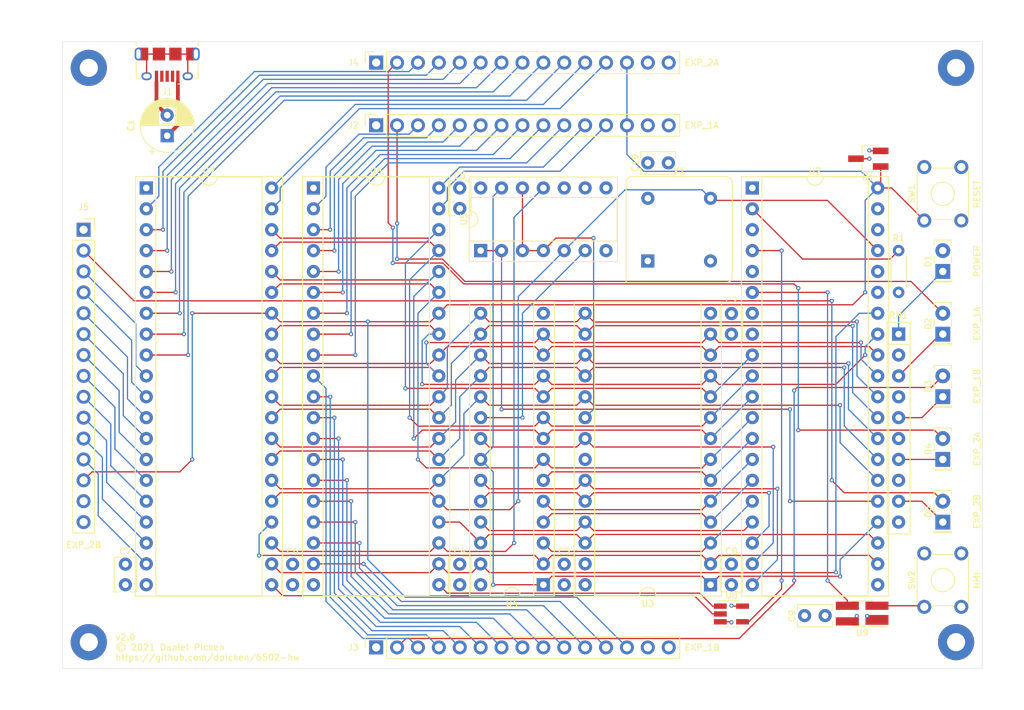
<source format=kicad_pcb>
(kicad_pcb (version 20171130) (host pcbnew "(5.1.10-1-10_14)")
  (title_block (title "6502 SBC") (date 2021-11-11) (rev 2.0))
  (layers (0 F.Cu signal) (1 In1.Cu power) (2 In2.Cu power) (31 B.Cu signal) (36 B.SilkS user) (37 F.SilkS user) (38 B.Mask user) (39 F.Mask user) (44 Edge.Cuts user))
  (net 0 "")
  (net 1 +5V)
  (net 2 GND)
  (net 3 "Net-(J1-Pad6)")
  (net 4 RESET)
  (net 5 VIA1_CA2)
  (net 6 VIA1_CA1)
  (net 7 VIA1_PA7)
  (net 8 VIA1_PA6)
  (net 9 VIA1_PA5)
  (net 10 VIA1_PA4)
  (net 11 VIA1_PA3)
  (net 12 VIA1_PA2)
  (net 13 VIA1_PA1)
  (net 14 VIA1_PA0)
  (net 15 VIA1_PB0)
  (net 16 VIA1_PB1)
  (net 17 VIA1_PB2)
  (net 18 VIA1_PB3)
  (net 19 VIA1_PB4)
  (net 20 VIA1_PB5)
  (net 21 VIA1_PB6)
  (net 22 VIA1_PB7)
  (net 23 VIA1_CB1)
  (net 24 VIA1_CB2)
  (net 25 VIA2_PB0)
  (net 26 VIA2_PB1)
  (net 27 VIA2_PB2)
  (net 28 VIA2_PB3)
  (net 29 VIA2_PB4)
  (net 30 VIA2_PB5)
  (net 31 VIA2_PB6)
  (net 32 VIA2_PB7)
  (net 33 VIA2_CB1)
  (net 34 VIA2_CB2)
  (net 35 VIA2_CA2)
  (net 36 VIA2_CA1)
  (net 37 VIA2_PA7)
  (net 38 VIA2_PA6)
  (net 39 VIA2_PA5)
  (net 40 VIA2_PA4)
  (net 41 VIA2_PA3)
  (net 42 VIA2_PA2)
  (net 43 VIA2_PA1)
  (net 44 VIA2_PA0)
  (net 45 "Net-(R1-Pad1)")
  (net 46 "Net-(SW2-Pad1)")
  (net 47 /A12)
  (net 48 /A13)
  (net 49 IRQ)
  (net 50 /A14)
  (net 51 /A15)
  (net 52 NMI)
  (net 53 /D7)
  (net 54 /D6)
  (net 55 /D5)
  (net 56 /A0)
  (net 57 /D4)
  (net 58 /A1)
  (net 59 /D3)
  (net 60 /A2)
  (net 61 /D2)
  (net 62 /A3)
  (net 63 /D1)
  (net 64 /A4)
  (net 65 /D0)
  (net 66 /A5)
  (net 67 "Net-(U2-Pad34)")
  (net 68 /A6)
  (net 69 /A7)
  (net 70 /A8)
  (net 71 "Net-(U2-Pad37)")
  (net 72 /A9)
  (net 73 /A10)
  (net 74 /A11)
  (net 75 "Net-(U3-Pad20)")
  (net 76 "Net-(U4-Pad20)")
  (net 77 "Net-(U5-Pad11)")
  (net 78 VIA1_IRQ)
  (net 79 VIA2_IRQ)
  (net 80 "Net-(J1-Pad2)")
  (net 81 "Net-(J1-Pad3)")
  (net 82 "Net-(J1-Pad4)")
  (net 83 "Net-(J2-Pad15)")
  (net 84 "Net-(J3-Pad15)")
  (net 85 "Net-(J5-Pad15)")
  (net 86 "Net-(U2-Pad1)")
  (net 87 "Net-(U2-Pad3)")
  (net 88 "Net-(U2-Pad5)")
  (net 89 "Net-(U2-Pad7)")
  (net 90 "Net-(U2-Pad35)")
  (net 91 "Net-(U2-Pad38)")
  (net 92 "Net-(U2-Pad39)")
  (net 93 "Net-(U5-Pad8)")
  (net 94 "Net-(X1-Pad1)")
  (net 95 "Net-(D1-Pad1)")
  (net 96 "Net-(D2-Pad1)")
  (net 97 "Net-(D3-Pad1)")
  (net 98 "Net-(D4-Pad1)")
  (net 99 "Net-(D5-Pad1)")
  (net 100 "Net-(J4-Pad15)")
  (net 101 EXP_1A_LED)
  (net 102 EXP_1B_LED)
  (net 103 EXP_2A_LED)
  (net 104 EXP_2B_LED)
  (module connector:PinSocket_1x15_P2.54mm_Vertical (layer F.Cu) (at 99.06 73.66)
    (fp_text reference J5 (at 0 -2.77) (layer F.SilkS) (effects (font (size 0.762 0.762) (thickness 0.127))))
    (fp_text value EXP_2B (at 0 38.33) (layer F.SilkS) (effects (font (size 0.762 0.762) (thickness 0.127))))
    (pad 15 thru_hole oval (at 0 35.56) (size 1.7 1.7) (drill 1) (layers *.Cu *.Mask) (net 85 "Net-(J5-Pad15)"))
    (pad 14 thru_hole oval (at 0 33.02) (size 1.7 1.7) (drill 1) (layers *.Cu *.Mask) (net 2 GND))
    (pad 13 thru_hole oval (at 0 30.48) (size 1.7 1.7) (drill 1) (layers *.Cu *.Mask) (net 4 RESET))
    (pad 12 thru_hole oval (at 0 27.94) (size 1.7 1.7) (drill 1) (layers *.Cu *.Mask) (net 34 VIA2_CB2))
    (pad 11 thru_hole oval (at 0 25.4) (size 1.7 1.7) (drill 1) (layers *.Cu *.Mask) (net 33 VIA2_CB1))
    (pad 10 thru_hole oval (at 0 22.86) (size 1.7 1.7) (drill 1) (layers *.Cu *.Mask) (net 32 VIA2_PB7))
    (pad 9 thru_hole oval (at 0 20.32) (size 1.7 1.7) (drill 1) (layers *.Cu *.Mask) (net 31 VIA2_PB6))
    (pad 8 thru_hole oval (at 0 17.78) (size 1.7 1.7) (drill 1) (layers *.Cu *.Mask) (net 30 VIA2_PB5))
    (pad 7 thru_hole oval (at 0 15.24) (size 1.7 1.7) (drill 1) (layers *.Cu *.Mask) (net 29 VIA2_PB4))
    (pad 6 thru_hole oval (at 0 12.7) (size 1.7 1.7) (drill 1) (layers *.Cu *.Mask) (net 28 VIA2_PB3))
    (pad 5 thru_hole oval (at 0 10.16) (size 1.7 1.7) (drill 1) (layers *.Cu *.Mask) (net 27 VIA2_PB2))
    (pad 4 thru_hole oval (at 0 7.62) (size 1.7 1.7) (drill 1) (layers *.Cu *.Mask) (net 26 VIA2_PB1))
    (pad 3 thru_hole oval (at 0 5.08) (size 1.7 1.7) (drill 1) (layers *.Cu *.Mask) (net 25 VIA2_PB0))
    (pad 2 thru_hole oval (at 0 2.54) (size 1.7 1.7) (drill 1) (layers *.Cu *.Mask) (net 104 EXP_2B_LED))
    (pad 1 thru_hole rect (at 0 0) (size 1.7 1.7) (drill 1) (layers *.Cu *.Mask) (net 1 +5V))
  )
  (module dip:DIP-40_W15.24mm_Socket (layer F.Cu) (at 180.34 68.58)
    (fp_text reference U2 (at 7.62 -2.032) (layer F.SilkS) (effects (font (size 0.762 0.762) (thickness 0.127))))
    (fp_text value WD65C02)
    (pad 1 thru_hole rect (at 0 0) (size 1.6 1.6) (drill 0.8) (layers *.Cu *.Mask) (net 86 "Net-(U2-Pad1)"))
    (pad 21 thru_hole oval (at 15.24 48.26) (size 1.6 1.6) (drill 0.8) (layers *.Cu *.Mask) (net 2 GND))
    (pad 2 thru_hole oval (at 0 2.54) (size 1.6 1.6) (drill 0.8) (layers *.Cu *.Mask) (net 45 "Net-(R1-Pad1)"))
    (pad 22 thru_hole oval (at 15.24 45.72) (size 1.6 1.6) (drill 0.8) (layers *.Cu *.Mask) (net 47 /A12))
    (pad 3 thru_hole oval (at 0 5.08) (size 1.6 1.6) (drill 0.8) (layers *.Cu *.Mask) (net 87 "Net-(U2-Pad3)"))
    (pad 23 thru_hole oval (at 15.24 43.18) (size 1.6 1.6) (drill 0.8) (layers *.Cu *.Mask) (net 48 /A13))
    (pad 4 thru_hole oval (at 0 7.62) (size 1.6 1.6) (drill 0.8) (layers *.Cu *.Mask) (net 49 IRQ))
    (pad 24 thru_hole oval (at 15.24 40.64) (size 1.6 1.6) (drill 0.8) (layers *.Cu *.Mask) (net 50 /A14))
    (pad 5 thru_hole oval (at 0 10.16) (size 1.6 1.6) (drill 0.8) (layers *.Cu *.Mask) (net 88 "Net-(U2-Pad5)"))
    (pad 25 thru_hole oval (at 15.24 38.1) (size 1.6 1.6) (drill 0.8) (layers *.Cu *.Mask) (net 51 /A15))
    (pad 6 thru_hole oval (at 0 12.7) (size 1.6 1.6) (drill 0.8) (layers *.Cu *.Mask) (net 52 NMI))
    (pad 26 thru_hole oval (at 15.24 35.56) (size 1.6 1.6) (drill 0.8) (layers *.Cu *.Mask) (net 53 /D7))
    (pad 7 thru_hole oval (at 0 15.24) (size 1.6 1.6) (drill 0.8) (layers *.Cu *.Mask) (net 89 "Net-(U2-Pad7)"))
    (pad 27 thru_hole oval (at 15.24 33.02) (size 1.6 1.6) (drill 0.8) (layers *.Cu *.Mask) (net 54 /D6))
    (pad 8 thru_hole oval (at 0 17.78) (size 1.6 1.6) (drill 0.8) (layers *.Cu *.Mask) (net 1 +5V))
    (pad 28 thru_hole oval (at 15.24 30.48) (size 1.6 1.6) (drill 0.8) (layers *.Cu *.Mask) (net 55 /D5))
    (pad 9 thru_hole oval (at 0 20.32) (size 1.6 1.6) (drill 0.8) (layers *.Cu *.Mask) (net 56 /A0))
    (pad 29 thru_hole oval (at 15.24 27.94) (size 1.6 1.6) (drill 0.8) (layers *.Cu *.Mask) (net 57 /D4))
    (pad 10 thru_hole oval (at 0 22.86) (size 1.6 1.6) (drill 0.8) (layers *.Cu *.Mask) (net 58 /A1))
    (pad 30 thru_hole oval (at 15.24 25.4) (size 1.6 1.6) (drill 0.8) (layers *.Cu *.Mask) (net 59 /D3))
    (pad 11 thru_hole oval (at 0 25.4) (size 1.6 1.6) (drill 0.8) (layers *.Cu *.Mask) (net 60 /A2))
    (pad 31 thru_hole oval (at 15.24 22.86) (size 1.6 1.6) (drill 0.8) (layers *.Cu *.Mask) (net 61 /D2))
    (pad 12 thru_hole oval (at 0 27.94) (size 1.6 1.6) (drill 0.8) (layers *.Cu *.Mask) (net 62 /A3))
    (pad 32 thru_hole oval (at 15.24 20.32) (size 1.6 1.6) (drill 0.8) (layers *.Cu *.Mask) (net 63 /D1))
    (pad 13 thru_hole oval (at 0 30.48) (size 1.6 1.6) (drill 0.8) (layers *.Cu *.Mask) (net 64 /A4))
    (pad 33 thru_hole oval (at 15.24 17.78) (size 1.6 1.6) (drill 0.8) (layers *.Cu *.Mask) (net 65 /D0))
    (pad 14 thru_hole oval (at 0 33.02) (size 1.6 1.6) (drill 0.8) (layers *.Cu *.Mask) (net 66 /A5))
    (pad 34 thru_hole oval (at 15.24 15.24) (size 1.6 1.6) (drill 0.8) (layers *.Cu *.Mask) (net 67 "Net-(U2-Pad34)"))
    (pad 15 thru_hole oval (at 0 35.56) (size 1.6 1.6) (drill 0.8) (layers *.Cu *.Mask) (net 68 /A6))
    (pad 35 thru_hole oval (at 15.24 12.7) (size 1.6 1.6) (drill 0.8) (layers *.Cu *.Mask) (net 90 "Net-(U2-Pad35)"))
    (pad 16 thru_hole oval (at 0 38.1) (size 1.6 1.6) (drill 0.8) (layers *.Cu *.Mask) (net 69 /A7))
    (pad 36 thru_hole oval (at 15.24 10.16) (size 1.6 1.6) (drill 0.8) (layers *.Cu *.Mask) (net 1 +5V))
    (pad 17 thru_hole oval (at 0 40.64) (size 1.6 1.6) (drill 0.8) (layers *.Cu *.Mask) (net 70 /A8))
    (pad 37 thru_hole oval (at 15.24 7.62) (size 1.6 1.6) (drill 0.8) (layers *.Cu *.Mask) (net 71 "Net-(U2-Pad37)"))
    (pad 18 thru_hole oval (at 0 43.18) (size 1.6 1.6) (drill 0.8) (layers *.Cu *.Mask) (net 72 /A9))
    (pad 38 thru_hole oval (at 15.24 5.08) (size 1.6 1.6) (drill 0.8) (layers *.Cu *.Mask) (net 91 "Net-(U2-Pad38)"))
    (pad 19 thru_hole oval (at 0 45.72) (size 1.6 1.6) (drill 0.8) (layers *.Cu *.Mask) (net 73 /A10))
    (pad 39 thru_hole oval (at 15.24 2.54) (size 1.6 1.6) (drill 0.8) (layers *.Cu *.Mask) (net 92 "Net-(U2-Pad39)"))
    (pad 20 thru_hole oval (at 0 48.26) (size 1.6 1.6) (drill 0.8) (layers *.Cu *.Mask) (net 74 /A11))
    (pad 40 thru_hole oval (at 15.24 0) (size 1.6 1.6) (drill 0.8) (layers *.Cu *.Mask) (net 4 RESET))
  )
  (module dip:DIP-40_W15.24mm_Socket (layer F.Cu) (at 127 68.58)
    (fp_text reference U6 (at 7.62 -2.032) (layer F.SilkS) (effects (font (size 0.762 0.762) (thickness 0.127))))
    (fp_text value WD65C22)
    (pad 1 thru_hole rect (at 0 0) (size 1.6 1.6) (drill 0.8) (layers *.Cu *.Mask) (net 2 GND))
    (pad 21 thru_hole oval (at 15.24 48.26) (size 1.6 1.6) (drill 0.8) (layers *.Cu *.Mask) (net 78 VIA1_IRQ))
    (pad 2 thru_hole oval (at 0 2.54) (size 1.6 1.6) (drill 0.8) (layers *.Cu *.Mask) (net 14 VIA1_PA0))
    (pad 22 thru_hole oval (at 15.24 45.72) (size 1.6 1.6) (drill 0.8) (layers *.Cu *.Mask) (net 67 "Net-(U2-Pad34)"))
    (pad 3 thru_hole oval (at 0 5.08) (size 1.6 1.6) (drill 0.8) (layers *.Cu *.Mask) (net 13 VIA1_PA1))
    (pad 23 thru_hole oval (at 15.24 43.18) (size 1.6 1.6) (drill 0.8) (layers *.Cu *.Mask) (net 77 "Net-(U5-Pad11)"))
    (pad 4 thru_hole oval (at 0 7.62) (size 1.6 1.6) (drill 0.8) (layers *.Cu *.Mask) (net 12 VIA1_PA2))
    (pad 24 thru_hole oval (at 15.24 40.64) (size 1.6 1.6) (drill 0.8) (layers *.Cu *.Mask) (net 48 /A13))
    (pad 5 thru_hole oval (at 0 10.16) (size 1.6 1.6) (drill 0.8) (layers *.Cu *.Mask) (net 11 VIA1_PA3))
    (pad 25 thru_hole oval (at 15.24 38.1) (size 1.6 1.6) (drill 0.8) (layers *.Cu *.Mask) (net 71 "Net-(U2-Pad37)"))
    (pad 6 thru_hole oval (at 0 12.7) (size 1.6 1.6) (drill 0.8) (layers *.Cu *.Mask) (net 10 VIA1_PA4))
    (pad 26 thru_hole oval (at 15.24 35.56) (size 1.6 1.6) (drill 0.8) (layers *.Cu *.Mask) (net 53 /D7))
    (pad 7 thru_hole oval (at 0 15.24) (size 1.6 1.6) (drill 0.8) (layers *.Cu *.Mask) (net 9 VIA1_PA5))
    (pad 27 thru_hole oval (at 15.24 33.02) (size 1.6 1.6) (drill 0.8) (layers *.Cu *.Mask) (net 54 /D6))
    (pad 8 thru_hole oval (at 0 17.78) (size 1.6 1.6) (drill 0.8) (layers *.Cu *.Mask) (net 8 VIA1_PA6))
    (pad 28 thru_hole oval (at 15.24 30.48) (size 1.6 1.6) (drill 0.8) (layers *.Cu *.Mask) (net 55 /D5))
    (pad 9 thru_hole oval (at 0 20.32) (size 1.6 1.6) (drill 0.8) (layers *.Cu *.Mask) (net 7 VIA1_PA7))
    (pad 29 thru_hole oval (at 15.24 27.94) (size 1.6 1.6) (drill 0.8) (layers *.Cu *.Mask) (net 57 /D4))
    (pad 10 thru_hole oval (at 0 22.86) (size 1.6 1.6) (drill 0.8) (layers *.Cu *.Mask) (net 15 VIA1_PB0))
    (pad 30 thru_hole oval (at 15.24 25.4) (size 1.6 1.6) (drill 0.8) (layers *.Cu *.Mask) (net 59 /D3))
    (pad 11 thru_hole oval (at 0 25.4) (size 1.6 1.6) (drill 0.8) (layers *.Cu *.Mask) (net 16 VIA1_PB1))
    (pad 31 thru_hole oval (at 15.24 22.86) (size 1.6 1.6) (drill 0.8) (layers *.Cu *.Mask) (net 61 /D2))
    (pad 12 thru_hole oval (at 0 27.94) (size 1.6 1.6) (drill 0.8) (layers *.Cu *.Mask) (net 17 VIA1_PB2))
    (pad 32 thru_hole oval (at 15.24 20.32) (size 1.6 1.6) (drill 0.8) (layers *.Cu *.Mask) (net 63 /D1))
    (pad 13 thru_hole oval (at 0 30.48) (size 1.6 1.6) (drill 0.8) (layers *.Cu *.Mask) (net 18 VIA1_PB3))
    (pad 33 thru_hole oval (at 15.24 17.78) (size 1.6 1.6) (drill 0.8) (layers *.Cu *.Mask) (net 65 /D0))
    (pad 14 thru_hole oval (at 0 33.02) (size 1.6 1.6) (drill 0.8) (layers *.Cu *.Mask) (net 19 VIA1_PB4))
    (pad 34 thru_hole oval (at 15.24 15.24) (size 1.6 1.6) (drill 0.8) (layers *.Cu *.Mask) (net 4 RESET))
    (pad 15 thru_hole oval (at 0 35.56) (size 1.6 1.6) (drill 0.8) (layers *.Cu *.Mask) (net 20 VIA1_PB5))
    (pad 35 thru_hole oval (at 15.24 12.7) (size 1.6 1.6) (drill 0.8) (layers *.Cu *.Mask) (net 62 /A3))
    (pad 16 thru_hole oval (at 0 38.1) (size 1.6 1.6) (drill 0.8) (layers *.Cu *.Mask) (net 21 VIA1_PB6))
    (pad 36 thru_hole oval (at 15.24 10.16) (size 1.6 1.6) (drill 0.8) (layers *.Cu *.Mask) (net 60 /A2))
    (pad 17 thru_hole oval (at 0 40.64) (size 1.6 1.6) (drill 0.8) (layers *.Cu *.Mask) (net 22 VIA1_PB7))
    (pad 37 thru_hole oval (at 15.24 7.62) (size 1.6 1.6) (drill 0.8) (layers *.Cu *.Mask) (net 58 /A1))
    (pad 18 thru_hole oval (at 0 43.18) (size 1.6 1.6) (drill 0.8) (layers *.Cu *.Mask) (net 23 VIA1_CB1))
    (pad 38 thru_hole oval (at 15.24 5.08) (size 1.6 1.6) (drill 0.8) (layers *.Cu *.Mask) (net 56 /A0))
    (pad 19 thru_hole oval (at 0 45.72) (size 1.6 1.6) (drill 0.8) (layers *.Cu *.Mask) (net 24 VIA1_CB2))
    (pad 39 thru_hole oval (at 15.24 2.54) (size 1.6 1.6) (drill 0.8) (layers *.Cu *.Mask) (net 5 VIA1_CA2))
    (pad 20 thru_hole oval (at 0 48.26) (size 1.6 1.6) (drill 0.8) (layers *.Cu *.Mask) (net 1 +5V))
    (pad 40 thru_hole oval (at 15.24 0) (size 1.6 1.6) (drill 0.8) (layers *.Cu *.Mask) (net 6 VIA1_CA1))
  )
  (module mounting_hole:MountingHole_2.2mm_M2_Pad (layer F.Cu) (at 205.105 123.825)
    (fp_text reference M3)
    (fp_text value M2)
    (pad 1 thru_hole circle (at 0 0) (size 4.4 4.4) (drill 2.2) (layers *.Cu *.Mask))
  )
  (module mounting_hole:MountingHole_2.2mm_M2_Pad (layer F.Cu) (at 205.105 53.975)
    (fp_text reference M4)
    (fp_text value M2)
    (pad 1 thru_hole circle (at 0 0) (size 4.4 4.4) (drill 2.2) (layers *.Cu *.Mask))
  )
  (module mounting_hole:MountingHole_2.2mm_M2_Pad (layer F.Cu) (at 99.695 123.825)
    (fp_text reference M2)
    (fp_text value M2)
    (pad 1 thru_hole circle (at 0 0) (size 4.4 4.4) (drill 2.2) (layers *.Cu *.Mask))
  )
  (module mounting_hole:MountingHole_2.2mm_M2_Pad (layer F.Cu) (at 99.695 53.975)
    (fp_text reference M1)
    (fp_text value M2)
    (pad 1 thru_hole circle (at 0 0) (size 4.4 4.4) (drill 2.2) (layers *.Cu *.Mask))
  )
  (module connector:PinSocket_1x15_P2.54mm_Vertical (layer F.Cu) (at 134.62 60.96 90)
    (fp_text reference J2 (at 0 -2.77 180) (layer F.SilkS) (effects (font (size 0.762 0.762) (thickness 0.127))))
    (fp_text value EXP_1A (at 0 39.569571 180) (layer F.SilkS) (effects (font (size 0.762 0.762) (thickness 0.127))))
    (pad 15 thru_hole oval (at 0 35.56 90) (size 1.7 1.7) (drill 1) (layers *.Cu *.Mask) (net 83 "Net-(J2-Pad15)"))
    (pad 14 thru_hole oval (at 0 33.02 90) (size 1.7 1.7) (drill 1) (layers *.Cu *.Mask) (net 2 GND))
    (pad 13 thru_hole oval (at 0 30.48 90) (size 1.7 1.7) (drill 1) (layers *.Cu *.Mask) (net 4 RESET))
    (pad 12 thru_hole oval (at 0 27.94 90) (size 1.7 1.7) (drill 1) (layers *.Cu *.Mask) (net 5 VIA1_CA2))
    (pad 11 thru_hole oval (at 0 25.4 90) (size 1.7 1.7) (drill 1) (layers *.Cu *.Mask) (net 6 VIA1_CA1))
    (pad 10 thru_hole oval (at 0 22.86 90) (size 1.7 1.7) (drill 1) (layers *.Cu *.Mask) (net 7 VIA1_PA7))
    (pad 9 thru_hole oval (at 0 20.32 90) (size 1.7 1.7) (drill 1) (layers *.Cu *.Mask) (net 8 VIA1_PA6))
    (pad 8 thru_hole oval (at 0 17.78 90) (size 1.7 1.7) (drill 1) (layers *.Cu *.Mask) (net 9 VIA1_PA5))
    (pad 7 thru_hole oval (at 0 15.24 90) (size 1.7 1.7) (drill 1) (layers *.Cu *.Mask) (net 10 VIA1_PA4))
    (pad 6 thru_hole oval (at 0 12.7 90) (size 1.7 1.7) (drill 1) (layers *.Cu *.Mask) (net 11 VIA1_PA3))
    (pad 5 thru_hole oval (at 0 10.16 90) (size 1.7 1.7) (drill 1) (layers *.Cu *.Mask) (net 12 VIA1_PA2))
    (pad 4 thru_hole oval (at 0 7.62 90) (size 1.7 1.7) (drill 1) (layers *.Cu *.Mask) (net 13 VIA1_PA1))
    (pad 3 thru_hole oval (at 0 5.08 90) (size 1.7 1.7) (drill 1) (layers *.Cu *.Mask) (net 14 VIA1_PA0))
    (pad 2 thru_hole oval (at 0 2.54 90) (size 1.7 1.7) (drill 1) (layers *.Cu *.Mask) (net 101 EXP_1A_LED))
    (pad 1 thru_hole rect (at 0 0 90) (size 1.7 1.7) (drill 1) (layers *.Cu *.Mask) (net 1 +5V))
  )
  (module connector:PinSocket_1x15_P2.54mm_Vertical (layer F.Cu) (at 134.62 124.46 90)
    (fp_text reference J3 (at 0 -2.77 180) (layer F.SilkS) (effects (font (size 0.762 0.762) (thickness 0.127))))
    (fp_text value EXP_1B (at 0 39.624 180) (layer F.SilkS) (effects (font (size 0.762 0.762) (thickness 0.127))))
    (pad 1 thru_hole rect (at 0 0 90) (size 1.7 1.7) (drill 1) (layers *.Cu *.Mask) (net 1 +5V))
    (pad 2 thru_hole oval (at 0 2.54 90) (size 1.7 1.7) (drill 1) (layers *.Cu *.Mask) (net 102 EXP_1B_LED))
    (pad 3 thru_hole oval (at 0 5.08 90) (size 1.7 1.7) (drill 1) (layers *.Cu *.Mask) (net 15 VIA1_PB0))
    (pad 4 thru_hole oval (at 0 7.62 90) (size 1.7 1.7) (drill 1) (layers *.Cu *.Mask) (net 16 VIA1_PB1))
    (pad 5 thru_hole oval (at 0 10.16 90) (size 1.7 1.7) (drill 1) (layers *.Cu *.Mask) (net 17 VIA1_PB2))
    (pad 6 thru_hole oval (at 0 12.7 90) (size 1.7 1.7) (drill 1) (layers *.Cu *.Mask) (net 18 VIA1_PB3))
    (pad 7 thru_hole oval (at 0 15.24 90) (size 1.7 1.7) (drill 1) (layers *.Cu *.Mask) (net 19 VIA1_PB4))
    (pad 8 thru_hole oval (at 0 17.78 90) (size 1.7 1.7) (drill 1) (layers *.Cu *.Mask) (net 20 VIA1_PB5))
    (pad 9 thru_hole oval (at 0 20.32 90) (size 1.7 1.7) (drill 1) (layers *.Cu *.Mask) (net 21 VIA1_PB6))
    (pad 10 thru_hole oval (at 0 22.86 90) (size 1.7 1.7) (drill 1) (layers *.Cu *.Mask) (net 22 VIA1_PB7))
    (pad 11 thru_hole oval (at 0 25.4 90) (size 1.7 1.7) (drill 1) (layers *.Cu *.Mask) (net 23 VIA1_CB1))
    (pad 12 thru_hole oval (at 0 27.94 90) (size 1.7 1.7) (drill 1) (layers *.Cu *.Mask) (net 24 VIA1_CB2))
    (pad 13 thru_hole oval (at 0 30.48 90) (size 1.7 1.7) (drill 1) (layers *.Cu *.Mask) (net 4 RESET))
    (pad 14 thru_hole oval (at 0 33.02 90) (size 1.7 1.7) (drill 1) (layers *.Cu *.Mask) (net 2 GND))
    (pad 15 thru_hole oval (at 0 35.56 90) (size 1.7 1.7) (drill 1) (layers *.Cu *.Mask) (net 84 "Net-(J3-Pad15)"))
  )
  (module connector:PinSocket_1x15_P2.54mm_Vertical (layer F.Cu) (at 134.62 53.34 90)
    (fp_text reference J4 (at 0 -2.77 180) (layer F.SilkS) (effects (font (size 0.762 0.762) (thickness 0.127))))
    (fp_text value EXP_2A (at 0 39.569571 180) (layer F.SilkS) (effects (font (size 0.762 0.762) (thickness 0.127))))
    (pad 1 thru_hole rect (at 0 0 90) (size 1.7 1.7) (drill 1) (layers *.Cu *.Mask) (net 1 +5V))
    (pad 2 thru_hole oval (at 0 2.54 90) (size 1.7 1.7) (drill 1) (layers *.Cu *.Mask) (net 103 EXP_2A_LED))
    (pad 3 thru_hole oval (at 0 5.08 90) (size 1.7 1.7) (drill 1) (layers *.Cu *.Mask) (net 44 VIA2_PA0))
    (pad 4 thru_hole oval (at 0 7.62 90) (size 1.7 1.7) (drill 1) (layers *.Cu *.Mask) (net 43 VIA2_PA1))
    (pad 5 thru_hole oval (at 0 10.16 90) (size 1.7 1.7) (drill 1) (layers *.Cu *.Mask) (net 42 VIA2_PA2))
    (pad 6 thru_hole oval (at 0 12.7 90) (size 1.7 1.7) (drill 1) (layers *.Cu *.Mask) (net 41 VIA2_PA3))
    (pad 7 thru_hole oval (at 0 15.24 90) (size 1.7 1.7) (drill 1) (layers *.Cu *.Mask) (net 40 VIA2_PA4))
    (pad 8 thru_hole oval (at 0 17.78 90) (size 1.7 1.7) (drill 1) (layers *.Cu *.Mask) (net 39 VIA2_PA5))
    (pad 9 thru_hole oval (at 0 20.32 90) (size 1.7 1.7) (drill 1) (layers *.Cu *.Mask) (net 38 VIA2_PA6))
    (pad 10 thru_hole oval (at 0 22.86 90) (size 1.7 1.7) (drill 1) (layers *.Cu *.Mask) (net 37 VIA2_PA7))
    (pad 11 thru_hole oval (at 0 25.4 90) (size 1.7 1.7) (drill 1) (layers *.Cu *.Mask) (net 36 VIA2_CA1))
    (pad 12 thru_hole oval (at 0 27.94 90) (size 1.7 1.7) (drill 1) (layers *.Cu *.Mask) (net 35 VIA2_CA2))
    (pad 13 thru_hole oval (at 0 30.48 90) (size 1.7 1.7) (drill 1) (layers *.Cu *.Mask) (net 4 RESET))
    (pad 14 thru_hole oval (at 0 33.02 90) (size 1.7 1.7) (drill 1) (layers *.Cu *.Mask) (net 2 GND))
    (pad 15 thru_hole oval (at 0 35.56 90) (size 1.7 1.7) (drill 1) (layers *.Cu *.Mask) (net 100 "Net-(J4-Pad15)"))
  )
  (module resistor:R_Axial_DIN0204_L3.6mm_D1.6mm_P5.08mm_Horizontal (layer F.Cu) (at 198.12 76.2 270)
    (fp_text reference R1 (at -1.524 0 180) (layer F.SilkS) (effects (font (size 0.762 0.762) (thickness 0.127))))
    (fp_text value 1K)
    (pad 1 thru_hole circle (at 0 0 270) (size 1.4 1.4) (drill 0.7) (layers *.Cu *.Mask) (net 45 "Net-(R1-Pad1)"))
    (pad 2 thru_hole oval (at 5.08 0 270) (size 1.4 1.4) (drill 0.7) (layers *.Cu *.Mask) (net 1 +5V))
  )
  (module switch:SW_TH_Tactile_Omron_B3F-10xx (layer F.Cu) (at 201.24 72.54 90)
    (fp_text reference SW1 (at 3.25 -1.524 90) (layer F.SilkS) (effects (font (size 0.762 0.762) (thickness 0.127))))
    (fp_text value RESET (at 3.198 6.4135 90) (layer F.SilkS) (effects (font (size 0.762 0.762) (thickness 0.127))))
    (pad 4 thru_hole circle (at 6.5 4.5 90) (size 1.7 1.7) (drill 1) (layers *.Cu *.Mask))
    (pad 3 thru_hole circle (at 0 4.5 90) (size 1.7 1.7) (drill 1) (layers *.Cu *.Mask) (net 2 GND))
    (pad 2 thru_hole circle (at 6.5 0 90) (size 1.7 1.7) (drill 1) (layers *.Cu *.Mask))
    (pad 1 thru_hole circle (at 0 0 90) (size 1.7 1.7) (drill 1) (layers *.Cu *.Mask) (net 4 RESET))
  )
  (module switch:SW_TH_Tactile_Omron_B3F-10xx (layer F.Cu) (at 201.24 119.53 90)
    (fp_text reference SW2 (at 3.25 -1.524 90) (layer F.SilkS) (effects (font (size 0.762 0.762) (thickness 0.127))))
    (fp_text value NMI (at 3.2 6.4135 90) (layer F.SilkS) (effects (font (size 0.762 0.762) (thickness 0.127))))
    (pad 1 thru_hole circle (at 0 0 90) (size 1.7 1.7) (drill 1) (layers *.Cu *.Mask) (net 46 "Net-(SW2-Pad1)"))
    (pad 2 thru_hole circle (at 6.5 0 90) (size 1.7 1.7) (drill 1) (layers *.Cu *.Mask))
    (pad 3 thru_hole circle (at 0 4.5 90) (size 1.7 1.7) (drill 1) (layers *.Cu *.Mask) (net 2 GND))
    (pad 4 thru_hole circle (at 6.5 4.5 90) (size 1.7 1.7) (drill 1) (layers *.Cu *.Mask))
  )
  (module dip:DIP-28_W15.24mm_Socket (layer F.Cu) (at 175.26 116.84 180)
    (fp_text reference U3 (at 7.62 -2.286) (layer F.SilkS) (effects (font (size 0.762 0.762) (thickness 0.127))))
    (fp_text value 28C256)
    (pad 1 thru_hole rect (at 0 0 180) (size 1.6 1.6) (drill 0.8) (layers *.Cu *.Mask) (net 50 /A14))
    (pad 15 thru_hole oval (at 15.24 33.02 180) (size 1.6 1.6) (drill 0.8) (layers *.Cu *.Mask) (net 59 /D3))
    (pad 2 thru_hole oval (at 0 2.54 180) (size 1.6 1.6) (drill 0.8) (layers *.Cu *.Mask) (net 47 /A12))
    (pad 16 thru_hole oval (at 15.24 30.48 180) (size 1.6 1.6) (drill 0.8) (layers *.Cu *.Mask) (net 57 /D4))
    (pad 3 thru_hole oval (at 0 5.08 180) (size 1.6 1.6) (drill 0.8) (layers *.Cu *.Mask) (net 69 /A7))
    (pad 17 thru_hole oval (at 15.24 27.94 180) (size 1.6 1.6) (drill 0.8) (layers *.Cu *.Mask) (net 55 /D5))
    (pad 4 thru_hole oval (at 0 7.62 180) (size 1.6 1.6) (drill 0.8) (layers *.Cu *.Mask) (net 68 /A6))
    (pad 18 thru_hole oval (at 15.24 25.4 180) (size 1.6 1.6) (drill 0.8) (layers *.Cu *.Mask) (net 54 /D6))
    (pad 5 thru_hole oval (at 0 10.16 180) (size 1.6 1.6) (drill 0.8) (layers *.Cu *.Mask) (net 66 /A5))
    (pad 19 thru_hole oval (at 15.24 22.86 180) (size 1.6 1.6) (drill 0.8) (layers *.Cu *.Mask) (net 53 /D7))
    (pad 6 thru_hole oval (at 0 12.7 180) (size 1.6 1.6) (drill 0.8) (layers *.Cu *.Mask) (net 64 /A4))
    (pad 20 thru_hole oval (at 15.24 20.32 180) (size 1.6 1.6) (drill 0.8) (layers *.Cu *.Mask) (net 75 "Net-(U3-Pad20)"))
    (pad 7 thru_hole oval (at 0 15.24 180) (size 1.6 1.6) (drill 0.8) (layers *.Cu *.Mask) (net 62 /A3))
    (pad 21 thru_hole oval (at 15.24 17.78 180) (size 1.6 1.6) (drill 0.8) (layers *.Cu *.Mask) (net 73 /A10))
    (pad 8 thru_hole oval (at 0 17.78 180) (size 1.6 1.6) (drill 0.8) (layers *.Cu *.Mask) (net 60 /A2))
    (pad 22 thru_hole oval (at 15.24 15.24 180) (size 1.6 1.6) (drill 0.8) (layers *.Cu *.Mask) (net 2 GND))
    (pad 9 thru_hole oval (at 0 20.32 180) (size 1.6 1.6) (drill 0.8) (layers *.Cu *.Mask) (net 58 /A1))
    (pad 23 thru_hole oval (at 15.24 12.7 180) (size 1.6 1.6) (drill 0.8) (layers *.Cu *.Mask) (net 74 /A11))
    (pad 10 thru_hole oval (at 0 22.86 180) (size 1.6 1.6) (drill 0.8) (layers *.Cu *.Mask) (net 56 /A0))
    (pad 24 thru_hole oval (at 15.24 10.16 180) (size 1.6 1.6) (drill 0.8) (layers *.Cu *.Mask) (net 72 /A9))
    (pad 11 thru_hole oval (at 0 25.4 180) (size 1.6 1.6) (drill 0.8) (layers *.Cu *.Mask) (net 65 /D0))
    (pad 25 thru_hole oval (at 15.24 7.62 180) (size 1.6 1.6) (drill 0.8) (layers *.Cu *.Mask) (net 70 /A8))
    (pad 12 thru_hole oval (at 0 27.94 180) (size 1.6 1.6) (drill 0.8) (layers *.Cu *.Mask) (net 63 /D1))
    (pad 26 thru_hole oval (at 15.24 5.08 180) (size 1.6 1.6) (drill 0.8) (layers *.Cu *.Mask) (net 48 /A13))
    (pad 13 thru_hole oval (at 0 30.48 180) (size 1.6 1.6) (drill 0.8) (layers *.Cu *.Mask) (net 61 /D2))
    (pad 27 thru_hole oval (at 15.24 2.54 180) (size 1.6 1.6) (drill 0.8) (layers *.Cu *.Mask) (net 1 +5V))
    (pad 14 thru_hole oval (at 0 33.02 180) (size 1.6 1.6) (drill 0.8) (layers *.Cu *.Mask) (net 2 GND))
    (pad 28 thru_hole oval (at 15.24 0 180) (size 1.6 1.6) (drill 0.8) (layers *.Cu *.Mask) (net 1 +5V))
  )
  (module dip:DIP-28_W7.62mm_Socket (layer F.Cu) (at 154.94 116.84 180)
    (fp_text reference U4 (at 3.81 -2.286) (layer F.SilkS) (effects (font (size 0.762 0.762) (thickness 0.127))))
    (fp_text value 62256)
    (pad 1 thru_hole rect (at 0 0 180) (size 1.6 1.6) (drill 0.8) (layers *.Cu *.Mask) (net 50 /A14))
    (pad 15 thru_hole oval (at 7.62 33.02 180) (size 1.6 1.6) (drill 0.8) (layers *.Cu *.Mask) (net 59 /D3))
    (pad 2 thru_hole oval (at 0 2.54 180) (size 1.6 1.6) (drill 0.8) (layers *.Cu *.Mask) (net 47 /A12))
    (pad 16 thru_hole oval (at 7.62 30.48 180) (size 1.6 1.6) (drill 0.8) (layers *.Cu *.Mask) (net 57 /D4))
    (pad 3 thru_hole oval (at 0 5.08 180) (size 1.6 1.6) (drill 0.8) (layers *.Cu *.Mask) (net 69 /A7))
    (pad 17 thru_hole oval (at 7.62 27.94 180) (size 1.6 1.6) (drill 0.8) (layers *.Cu *.Mask) (net 55 /D5))
    (pad 4 thru_hole oval (at 0 7.62 180) (size 1.6 1.6) (drill 0.8) (layers *.Cu *.Mask) (net 68 /A6))
    (pad 18 thru_hole oval (at 7.62 25.4 180) (size 1.6 1.6) (drill 0.8) (layers *.Cu *.Mask) (net 54 /D6))
    (pad 5 thru_hole oval (at 0 10.16 180) (size 1.6 1.6) (drill 0.8) (layers *.Cu *.Mask) (net 66 /A5))
    (pad 19 thru_hole oval (at 7.62 22.86 180) (size 1.6 1.6) (drill 0.8) (layers *.Cu *.Mask) (net 53 /D7))
    (pad 6 thru_hole oval (at 0 12.7 180) (size 1.6 1.6) (drill 0.8) (layers *.Cu *.Mask) (net 64 /A4))
    (pad 20 thru_hole oval (at 7.62 20.32 180) (size 1.6 1.6) (drill 0.8) (layers *.Cu *.Mask) (net 76 "Net-(U4-Pad20)"))
    (pad 7 thru_hole oval (at 0 15.24 180) (size 1.6 1.6) (drill 0.8) (layers *.Cu *.Mask) (net 62 /A3))
    (pad 21 thru_hole oval (at 7.62 17.78 180) (size 1.6 1.6) (drill 0.8) (layers *.Cu *.Mask) (net 73 /A10))
    (pad 8 thru_hole oval (at 0 17.78 180) (size 1.6 1.6) (drill 0.8) (layers *.Cu *.Mask) (net 60 /A2))
    (pad 22 thru_hole oval (at 7.62 15.24 180) (size 1.6 1.6) (drill 0.8) (layers *.Cu *.Mask) (net 50 /A14))
    (pad 9 thru_hole oval (at 0 20.32 180) (size 1.6 1.6) (drill 0.8) (layers *.Cu *.Mask) (net 58 /A1))
    (pad 23 thru_hole oval (at 7.62 12.7 180) (size 1.6 1.6) (drill 0.8) (layers *.Cu *.Mask) (net 74 /A11))
    (pad 10 thru_hole oval (at 0 22.86 180) (size 1.6 1.6) (drill 0.8) (layers *.Cu *.Mask) (net 56 /A0))
    (pad 24 thru_hole oval (at 7.62 10.16 180) (size 1.6 1.6) (drill 0.8) (layers *.Cu *.Mask) (net 72 /A9))
    (pad 11 thru_hole oval (at 0 25.4 180) (size 1.6 1.6) (drill 0.8) (layers *.Cu *.Mask) (net 65 /D0))
    (pad 25 thru_hole oval (at 7.62 7.62 180) (size 1.6 1.6) (drill 0.8) (layers *.Cu *.Mask) (net 70 /A8))
    (pad 12 thru_hole oval (at 0 27.94 180) (size 1.6 1.6) (drill 0.8) (layers *.Cu *.Mask) (net 63 /D1))
    (pad 26 thru_hole oval (at 7.62 5.08 180) (size 1.6 1.6) (drill 0.8) (layers *.Cu *.Mask) (net 48 /A13))
    (pad 13 thru_hole oval (at 0 30.48 180) (size 1.6 1.6) (drill 0.8) (layers *.Cu *.Mask) (net 61 /D2))
    (pad 27 thru_hole oval (at 7.62 2.54 180) (size 1.6 1.6) (drill 0.8) (layers *.Cu *.Mask) (net 67 "Net-(U2-Pad34)"))
    (pad 14 thru_hole oval (at 0 33.02 180) (size 1.6 1.6) (drill 0.8) (layers *.Cu *.Mask) (net 2 GND))
    (pad 28 thru_hole oval (at 7.62 0 180) (size 1.6 1.6) (drill 0.8) (layers *.Cu *.Mask) (net 1 +5V))
  )
  (module dip:DIP-14_W7.62mm_Socket (layer F.Cu) (at 147.32 76.2 90)
    (fp_text reference U5 (at 3.81 -2.032 90) (layer F.SilkS) (effects (font (size 0.762 0.762) (thickness 0.127))))
    (fp_text value 7400)
    (pad 1 thru_hole rect (at 0 0 90) (size 1.6 1.6) (drill 0.8) (layers *.Cu *.Mask) (net 51 /A15))
    (pad 8 thru_hole oval (at 7.62 15.24 90) (size 1.6 1.6) (drill 0.8) (layers *.Cu *.Mask) (net 93 "Net-(U5-Pad8)"))
    (pad 2 thru_hole oval (at 0 2.54 90) (size 1.6 1.6) (drill 0.8) (layers *.Cu *.Mask) (net 51 /A15))
    (pad 9 thru_hole oval (at 7.62 12.7 90) (size 1.6 1.6) (drill 0.8) (layers *.Cu *.Mask) (net 2 GND))
    (pad 3 thru_hole oval (at 0 5.08 90) (size 1.6 1.6) (drill 0.8) (layers *.Cu *.Mask) (net 75 "Net-(U3-Pad20)"))
    (pad 10 thru_hole oval (at 7.62 10.16 90) (size 1.6 1.6) (drill 0.8) (layers *.Cu *.Mask) (net 2 GND))
    (pad 4 thru_hole oval (at 0 7.62 90) (size 1.6 1.6) (drill 0.8) (layers *.Cu *.Mask) (net 75 "Net-(U3-Pad20)"))
    (pad 11 thru_hole oval (at 7.62 7.62 90) (size 1.6 1.6) (drill 0.8) (layers *.Cu *.Mask) (net 77 "Net-(U5-Pad11)"))
    (pad 5 thru_hole oval (at 0 10.16 90) (size 1.6 1.6) (drill 0.8) (layers *.Cu *.Mask) (net 71 "Net-(U2-Pad37)"))
    (pad 12 thru_hole oval (at 7.62 5.08 90) (size 1.6 1.6) (drill 0.8) (layers *.Cu *.Mask) (net 75 "Net-(U3-Pad20)"))
    (pad 6 thru_hole oval (at 0 12.7 90) (size 1.6 1.6) (drill 0.8) (layers *.Cu *.Mask) (net 76 "Net-(U4-Pad20)"))
    (pad 13 thru_hole oval (at 7.62 2.54 90) (size 1.6 1.6) (drill 0.8) (layers *.Cu *.Mask) (net 50 /A14))
    (pad 7 thru_hole oval (at 0 15.24 90) (size 1.6 1.6) (drill 0.8) (layers *.Cu *.Mask) (net 2 GND))
    (pad 14 thru_hole oval (at 7.62 0 90) (size 1.6 1.6) (drill 0.8) (layers *.Cu *.Mask) (net 1 +5V))
  )
  (module dip:DIP-40_W15.24mm_Socket (layer F.Cu) (at 106.68 68.58)
    (fp_text reference U7 (at 7.62 -2.032) (layer F.SilkS) (effects (font (size 0.762 0.762) (thickness 0.127))))
    (fp_text value WD65C22)
    (pad 40 thru_hole oval (at 15.24 0) (size 1.6 1.6) (drill 0.8) (layers *.Cu *.Mask) (net 36 VIA2_CA1))
    (pad 20 thru_hole oval (at 0 48.26) (size 1.6 1.6) (drill 0.8) (layers *.Cu *.Mask) (net 1 +5V))
    (pad 39 thru_hole oval (at 15.24 2.54) (size 1.6 1.6) (drill 0.8) (layers *.Cu *.Mask) (net 35 VIA2_CA2))
    (pad 19 thru_hole oval (at 0 45.72) (size 1.6 1.6) (drill 0.8) (layers *.Cu *.Mask) (net 34 VIA2_CB2))
    (pad 38 thru_hole oval (at 15.24 5.08) (size 1.6 1.6) (drill 0.8) (layers *.Cu *.Mask) (net 56 /A0))
    (pad 18 thru_hole oval (at 0 43.18) (size 1.6 1.6) (drill 0.8) (layers *.Cu *.Mask) (net 33 VIA2_CB1))
    (pad 37 thru_hole oval (at 15.24 7.62) (size 1.6 1.6) (drill 0.8) (layers *.Cu *.Mask) (net 58 /A1))
    (pad 17 thru_hole oval (at 0 40.64) (size 1.6 1.6) (drill 0.8) (layers *.Cu *.Mask) (net 32 VIA2_PB7))
    (pad 36 thru_hole oval (at 15.24 10.16) (size 1.6 1.6) (drill 0.8) (layers *.Cu *.Mask) (net 60 /A2))
    (pad 16 thru_hole oval (at 0 38.1) (size 1.6 1.6) (drill 0.8) (layers *.Cu *.Mask) (net 31 VIA2_PB6))
    (pad 35 thru_hole oval (at 15.24 12.7) (size 1.6 1.6) (drill 0.8) (layers *.Cu *.Mask) (net 62 /A3))
    (pad 15 thru_hole oval (at 0 35.56) (size 1.6 1.6) (drill 0.8) (layers *.Cu *.Mask) (net 30 VIA2_PB5))
    (pad 34 thru_hole oval (at 15.24 15.24) (size 1.6 1.6) (drill 0.8) (layers *.Cu *.Mask) (net 4 RESET))
    (pad 14 thru_hole oval (at 0 33.02) (size 1.6 1.6) (drill 0.8) (layers *.Cu *.Mask) (net 29 VIA2_PB4))
    (pad 33 thru_hole oval (at 15.24 17.78) (size 1.6 1.6) (drill 0.8) (layers *.Cu *.Mask) (net 65 /D0))
    (pad 13 thru_hole oval (at 0 30.48) (size 1.6 1.6) (drill 0.8) (layers *.Cu *.Mask) (net 28 VIA2_PB3))
    (pad 32 thru_hole oval (at 15.24 20.32) (size 1.6 1.6) (drill 0.8) (layers *.Cu *.Mask) (net 63 /D1))
    (pad 12 thru_hole oval (at 0 27.94) (size 1.6 1.6) (drill 0.8) (layers *.Cu *.Mask) (net 27 VIA2_PB2))
    (pad 31 thru_hole oval (at 15.24 22.86) (size 1.6 1.6) (drill 0.8) (layers *.Cu *.Mask) (net 61 /D2))
    (pad 11 thru_hole oval (at 0 25.4) (size 1.6 1.6) (drill 0.8) (layers *.Cu *.Mask) (net 26 VIA2_PB1))
    (pad 30 thru_hole oval (at 15.24 25.4) (size 1.6 1.6) (drill 0.8) (layers *.Cu *.Mask) (net 59 /D3))
    (pad 10 thru_hole oval (at 0 22.86) (size 1.6 1.6) (drill 0.8) (layers *.Cu *.Mask) (net 25 VIA2_PB0))
    (pad 29 thru_hole oval (at 15.24 27.94) (size 1.6 1.6) (drill 0.8) (layers *.Cu *.Mask) (net 57 /D4))
    (pad 9 thru_hole oval (at 0 20.32) (size 1.6 1.6) (drill 0.8) (layers *.Cu *.Mask) (net 37 VIA2_PA7))
    (pad 28 thru_hole oval (at 15.24 30.48) (size 1.6 1.6) (drill 0.8) (layers *.Cu *.Mask) (net 55 /D5))
    (pad 8 thru_hole oval (at 0 17.78) (size 1.6 1.6) (drill 0.8) (layers *.Cu *.Mask) (net 38 VIA2_PA6))
    (pad 27 thru_hole oval (at 15.24 33.02) (size 1.6 1.6) (drill 0.8) (layers *.Cu *.Mask) (net 54 /D6))
    (pad 7 thru_hole oval (at 0 15.24) (size 1.6 1.6) (drill 0.8) (layers *.Cu *.Mask) (net 39 VIA2_PA5))
    (pad 26 thru_hole oval (at 15.24 35.56) (size 1.6 1.6) (drill 0.8) (layers *.Cu *.Mask) (net 53 /D7))
    (pad 6 thru_hole oval (at 0 12.7) (size 1.6 1.6) (drill 0.8) (layers *.Cu *.Mask) (net 40 VIA2_PA4))
    (pad 25 thru_hole oval (at 15.24 38.1) (size 1.6 1.6) (drill 0.8) (layers *.Cu *.Mask) (net 71 "Net-(U2-Pad37)"))
    (pad 5 thru_hole oval (at 0 10.16) (size 1.6 1.6) (drill 0.8) (layers *.Cu *.Mask) (net 41 VIA2_PA3))
    (pad 24 thru_hole oval (at 15.24 40.64) (size 1.6 1.6) (drill 0.8) (layers *.Cu *.Mask) (net 47 /A12))
    (pad 4 thru_hole oval (at 0 7.62) (size 1.6 1.6) (drill 0.8) (layers *.Cu *.Mask) (net 42 VIA2_PA2))
    (pad 23 thru_hole oval (at 15.24 43.18) (size 1.6 1.6) (drill 0.8) (layers *.Cu *.Mask) (net 77 "Net-(U5-Pad11)"))
    (pad 3 thru_hole oval (at 0 5.08) (size 1.6 1.6) (drill 0.8) (layers *.Cu *.Mask) (net 43 VIA2_PA1))
    (pad 22 thru_hole oval (at 15.24 45.72) (size 1.6 1.6) (drill 0.8) (layers *.Cu *.Mask) (net 67 "Net-(U2-Pad34)"))
    (pad 2 thru_hole oval (at 0 2.54) (size 1.6 1.6) (drill 0.8) (layers *.Cu *.Mask) (net 44 VIA2_PA0))
    (pad 21 thru_hole oval (at 15.24 48.26) (size 1.6 1.6) (drill 0.8) (layers *.Cu *.Mask) (net 79 VIA2_IRQ))
    (pad 1 thru_hole rect (at 0 0) (size 1.6 1.6) (drill 0.8) (layers *.Cu *.Mask) (net 2 GND))
  )
  (module to_sot_smd:SOT-143_Handsoldering (layer F.Cu) (at 193.69 120.346 180)
    (fp_text reference U9 (at -0.02 -2.336) (layer F.SilkS) (effects (font (size 0.762 0.762) (thickness 0.127))))
    (fp_text value MAX6816)
    (pad 1 smd rect (at -1.8 -0.77 90) (size 1.2 2.8) (layers F.Cu F.Paste F.Mask) (net 2 GND))
    (pad 2 smd rect (at -1.8 0.95 90) (size 1 2.8) (layers F.Cu F.Paste F.Mask) (net 46 "Net-(SW2-Pad1)"))
    (pad 3 smd rect (at 1.8 0.95 90) (size 1 2.8) (layers F.Cu F.Paste F.Mask) (net 52 NMI))
    (pad 4 smd trapezoid (at 1.8 -0.95 90) (size 1 2.8) (layers F.Cu F.Paste F.Mask) (net 1 +5V))
  )
  (module oscillator:Oscillator_DIP-8 (layer F.Cu) (at 167.64 77.46)
    (fp_text reference X1 (at 3.81 -10.912) (layer F.SilkS) (effects (font (size 0.762 0.762) (thickness 0.127))))
    (fp_text value 2Mhz)
    (pad 1 thru_hole rect (at 0 0) (size 1.6 1.6) (drill 0.8) (layers *.Cu *.Mask) (net 94 "Net-(X1-Pad1)"))
    (pad 8 thru_hole circle (at 0 -7.62) (size 1.6 1.6) (drill 0.8) (layers *.Cu *.Mask) (net 1 +5V))
    (pad 5 thru_hole circle (at 7.62 -7.62) (size 1.6 1.6) (drill 0.8) (layers *.Cu *.Mask) (net 71 "Net-(U2-Pad37)"))
    (pad 4 thru_hole circle (at 7.62 0) (size 1.6 1.6) (drill 0.8) (layers *.Cu *.Mask) (net 2 GND))
  )
  (module to_sot_smd:SOT-23_Handsoldering (layer F.Cu) (at 194.44 65.024 180)
    (fp_text reference U1 (at 0 -2.25) (layer F.SilkS) (effects (font (size 0.762 0.762) (thickness 0.127))))
    (fp_text value DS1813)
    (pad 1 smd rect (at -1.5 -0.95 180) (size 1.9 0.8) (layers F.Cu F.Paste F.Mask) (net 4 RESET))
    (pad 2 smd rect (at -1.5 0.95 180) (size 1.9 0.8) (layers F.Cu F.Paste F.Mask) (net 1 +5V))
    (pad 3 smd rect (at 1.5 0 180) (size 1.9 0.8) (layers F.Cu F.Paste F.Mask) (net 2 GND))
  )
  (module to_sot_smd:SOT-23-5_HandSoldering (layer F.Cu) (at 177.8 120.396)
    (fp_text reference U8 (at 0 -2.286) (layer F.SilkS) (effects (font (size 0.762 0.762) (thickness 0.127))))
    (fp_text value 74AHC1G08)
    (pad 5 smd rect (at 1.35 -0.95) (size 1.56 0.65) (layers F.Cu F.Paste F.Mask) (net 1 +5V))
    (pad 4 smd rect (at 1.35 0.95) (size 1.56 0.65) (layers F.Cu F.Paste F.Mask) (net 49 IRQ))
    (pad 3 smd rect (at -1.35 0.95) (size 1.56 0.65) (layers F.Cu F.Paste F.Mask) (net 2 GND))
    (pad 2 smd rect (at -1.35 0) (size 1.56 0.65) (layers F.Cu F.Paste F.Mask) (net 79 VIA2_IRQ))
    (pad 1 smd rect (at -1.35 -0.95) (size 1.56 0.65) (layers F.Cu F.Paste F.Mask) (net 78 VIA1_IRQ))
  )
  (module connector_usb_handsoldering:USB_Micro-B_Amphenol_10118194_Horizontal_HandSoldering (layer F.Cu) (at 109.22 53.594 180)
    (fp_text reference J1 (at 0 -3.302) (layer F.SilkS) (effects (font (size 0.762 0.762) (thickness 0.127))))
    (fp_text value USB_B_Micro)
    (pad 1 smd rect (at -1.3 -2.075 180) (size 0.4 2.7) (layers F.Cu F.Paste F.Mask) (net 1 +5V))
    (pad 2 smd rect (at -0.65 -1.4 180) (size 0.4 1.35) (layers F.Cu F.Paste F.Mask) (net 80 "Net-(J1-Pad2)"))
    (pad 3 smd rect (at 0 -1.4 180) (size 0.4 1.35) (layers F.Cu F.Paste F.Mask) (net 81 "Net-(J1-Pad3)"))
    (pad 4 smd rect (at 0.65 -1.4 180) (size 0.4 1.35) (layers F.Cu F.Paste F.Mask) (net 82 "Net-(J1-Pad4)"))
    (pad 5 smd rect (at 1.3 -2.075 180) (size 0.4 2.7) (layers F.Cu F.Paste F.Mask) (net 2 GND))
    (pad 6 thru_hole oval (at -2.5 -1.4 180) (size 1.25 0.95) (drill oval 0.85 0.55) (layers *.Cu *.Mask) (net 3 "Net-(J1-Pad6)"))
    (pad 6 thru_hole oval (at 2.5 -1.4 180) (size 1.25 0.95) (drill oval 0.85 0.55) (layers *.Cu *.Mask) (net 3 "Net-(J1-Pad6)"))
    (pad 6 smd rect (at -1 1.3 180) (size 1.5 1.55) (layers F.Cu F.Paste F.Mask) (net 3 "Net-(J1-Pad6)"))
    (pad 6 smd rect (at 1 1.3 180) (size 1.5 1.55) (layers F.Cu F.Paste F.Mask) (net 3 "Net-(J1-Pad6)"))
    (pad 6 smd rect (at -2.9 1.3 180) (size 1.2 1.55) (layers F.Cu F.Paste F.Mask) (net 3 "Net-(J1-Pad6)"))
    (pad 6 smd rect (at 2.9 1.3 180) (size 1.2 1.55) (layers F.Cu F.Paste F.Mask) (net 3 "Net-(J1-Pad6)"))
    (pad 6 thru_hole oval (at -3.5 1.3 180) (size 0.89 1.55) (drill oval 0.5 1.15) (layers *.Cu *.Mask) (net 3 "Net-(J1-Pad6)"))
    (pad 6 thru_hole oval (at 3.5 1.3 180) (size 0.89 1.55) (drill oval 0.5 1.15) (layers *.Cu *.Mask) (net 3 "Net-(J1-Pad6)"))
  )
  (module capacitor:CP_Radial_D6.3mm_P2.50mm (layer F.Cu) (at 109.22 62.23 90)
    (fp_text reference C1 (at 1.25 -4.4 90) (layer F.SilkS) (effects (font (size 0.762 0.762) (thickness 0.127))))
    (fp_text value 220uf)
    (pad 1 thru_hole rect (at 0 0 90) (size 1.6 1.6) (drill 0.8) (layers *.Cu *.Mask) (net 1 +5V))
    (pad 2 thru_hole circle (at 2.5 0 90) (size 1.6 1.6) (drill 0.8) (layers *.Cu *.Mask) (net 2 GND))
  )
  (module capacitor:C_Rect_L4.0mm_W2.5mm_P2.50mm (layer F.Cu) (at 177.8 86.36 90)
    (fp_text reference C2 (at 4.064 0 180) (layer F.SilkS) (effects (font (size 0.762 0.762) (thickness 0.127))))
    (fp_text value 0.1uF)
    (pad 2 thru_hole circle (at 2.5 0 90) (size 1.6 1.6) (drill 0.8) (layers *.Cu *.Mask) (net 2 GND))
    (pad 1 thru_hole circle (at 0 0 90) (size 1.6 1.6) (drill 0.8) (layers *.Cu *.Mask) (net 1 +5V))
  )
  (module capacitor:C_Rect_L4.0mm_W2.5mm_P2.50mm (layer F.Cu) (at 157.48 116.84 90)
    (fp_text reference C3 (at 4.064 0 180) (layer F.SilkS) (effects (font (size 0.762 0.762) (thickness 0.127))))
    (fp_text value 0.1uF)
    (pad 1 thru_hole circle (at 0 0 90) (size 1.6 1.6) (drill 0.8) (layers *.Cu *.Mask) (net 1 +5V))
    (pad 2 thru_hole circle (at 2.5 0 90) (size 1.6 1.6) (drill 0.8) (layers *.Cu *.Mask) (net 2 GND))
  )
  (module capacitor:C_Rect_L4.0mm_W2.5mm_P2.50mm (layer F.Cu) (at 144.78 116.84 90)
    (fp_text reference C4 (at 4.064 0 180) (layer F.SilkS) (effects (font (size 0.762 0.762) (thickness 0.127))))
    (fp_text value 0.1uF)
    (pad 2 thru_hole circle (at 2.5 0 90) (size 1.6 1.6) (drill 0.8) (layers *.Cu *.Mask) (net 2 GND))
    (pad 1 thru_hole circle (at 0 0 90) (size 1.6 1.6) (drill 0.8) (layers *.Cu *.Mask) (net 1 +5V))
  )
  (module capacitor:C_Rect_L4.0mm_W2.5mm_P2.50mm (layer F.Cu) (at 144.78 68.58 270)
    (fp_text reference C5 (at -1.524 0 180) (layer F.SilkS) (effects (font (size 0.762 0.762) (thickness 0.127))))
    (fp_text value 0.1uF)
    (pad 1 thru_hole circle (at 0 0 270) (size 1.6 1.6) (drill 0.8) (layers *.Cu *.Mask) (net 1 +5V))
    (pad 2 thru_hole circle (at 2.5 0 270) (size 1.6 1.6) (drill 0.8) (layers *.Cu *.Mask) (net 2 GND))
  )
  (module capacitor:C_Rect_L4.0mm_W2.5mm_P2.50mm (layer F.Cu) (at 124.46 116.84 90)
    (fp_text reference C6 (at 4.064 0 180) (layer F.SilkS) (effects (font (size 0.762 0.762) (thickness 0.127))))
    (fp_text value 0.1uF)
    (pad 2 thru_hole circle (at 2.5 0 90) (size 1.6 1.6) (drill 0.8) (layers *.Cu *.Mask) (net 2 GND))
    (pad 1 thru_hole circle (at 0 0 90) (size 1.6 1.6) (drill 0.8) (layers *.Cu *.Mask) (net 1 +5V))
  )
  (module capacitor:C_Rect_L4.0mm_W2.5mm_P2.50mm (layer F.Cu) (at 104.14 116.84 90)
    (fp_text reference C7 (at 4.064 0 180) (layer F.SilkS) (effects (font (size 0.762 0.762) (thickness 0.127))))
    (fp_text value 0.1uF)
    (pad 1 thru_hole circle (at 0 0 90) (size 1.6 1.6) (drill 0.8) (layers *.Cu *.Mask) (net 1 +5V))
    (pad 2 thru_hole circle (at 2.5 0 90) (size 1.6 1.6) (drill 0.8) (layers *.Cu *.Mask) (net 2 GND))
  )
  (module capacitor:C_Rect_L4.0mm_W2.5mm_P2.50mm (layer F.Cu) (at 177.8 116.84 90)
    (fp_text reference C8 (at 4.064 0 180) (layer F.SilkS) (effects (font (size 0.762 0.762) (thickness 0.127))))
    (fp_text value 0.1uF)
    (pad 1 thru_hole circle (at 0 0 90) (size 1.6 1.6) (drill 0.8) (layers *.Cu *.Mask) (net 1 +5V))
    (pad 2 thru_hole circle (at 2.5 0 90) (size 1.6 1.6) (drill 0.8) (layers *.Cu *.Mask) (net 2 GND))
  )
  (module capacitor:C_Rect_L4.0mm_W2.5mm_P2.50mm (layer F.Cu) (at 189.19 120.596 180)
    (fp_text reference C9 (at 4.024 -0.054 90) (layer F.SilkS) (effects (font (size 0.762 0.762) (thickness 0.127))))
    (fp_text value 0.1uF)
    (pad 2 thru_hole circle (at 2.5 0 180) (size 1.6 1.6) (drill 0.8) (layers *.Cu *.Mask) (net 2 GND))
    (pad 1 thru_hole circle (at 0 0 180) (size 1.6 1.6) (drill 0.8) (layers *.Cu *.Mask) (net 1 +5V))
  )
  (module capacitor:C_Rect_L4.0mm_W2.5mm_P2.50mm (layer F.Cu) (at 167.64 65.532)
    (fp_text reference C10 (at -1.524 0 90) (layer F.SilkS) (effects (font (size 0.762 0.762) (thickness 0.127))))
    (fp_text value 0.1uF)
    (pad 1 thru_hole circle (at 0 0) (size 1.6 1.6) (drill 0.8) (layers *.Cu *.Mask) (net 1 +5V))
    (pad 2 thru_hole circle (at 2.5 0) (size 1.6 1.6) (drill 0.8) (layers *.Cu *.Mask) (net 2 GND))
  )
  (module resistor:R_Array_SIP10 (layer F.Cu) (at 198.12 86.36 270)
    (fp_text reference RN1 (at -2.286 0 180) (layer F.SilkS) (effects (font (size 0.762 0.762) (thickness 0.127))))
    (fp_text value 100)
    (pad 1 thru_hole rect (at 0 0 270) (size 1.6 1.6) (drill 0.8) (layers *.Cu *.Mask) (net 95 "Net-(D1-Pad1)"))
    (pad 2 thru_hole oval (at 2.54 0 270) (size 1.6 1.6) (drill 0.8) (layers *.Cu *.Mask) (net 2 GND))
    (pad 3 thru_hole oval (at 5.08 0 270) (size 1.6 1.6) (drill 0.8) (layers *.Cu *.Mask) (net 96 "Net-(D2-Pad1)"))
    (pad 4 thru_hole oval (at 7.62 0 270) (size 1.6 1.6) (drill 0.8) (layers *.Cu *.Mask) (net 2 GND))
    (pad 5 thru_hole oval (at 10.16 0 270) (size 1.6 1.6) (drill 0.8) (layers *.Cu *.Mask) (net 97 "Net-(D3-Pad1)"))
    (pad 6 thru_hole oval (at 12.7 0 270) (size 1.6 1.6) (drill 0.8) (layers *.Cu *.Mask) (net 2 GND))
    (pad 7 thru_hole oval (at 15.24 0 270) (size 1.6 1.6) (drill 0.8) (layers *.Cu *.Mask) (net 98 "Net-(D4-Pad1)"))
    (pad 8 thru_hole oval (at 17.78 0 270) (size 1.6 1.6) (drill 0.8) (layers *.Cu *.Mask) (net 2 GND))
    (pad 9 thru_hole oval (at 20.32 0 270) (size 1.6 1.6) (drill 0.8) (layers *.Cu *.Mask) (net 99 "Net-(D5-Pad1)"))
    (pad 10 thru_hole oval (at 22.86 0 270) (size 1.6 1.6) (drill 0.8) (layers *.Cu *.Mask) (net 2 GND))
  )
  (module led:LED_Rectangular_W5.0mm_H2.0mm (layer F.Cu) (at 203.49 78.74 90)
    (fp_text reference D1 (at 1.27 -1.778 90) (layer F.SilkS) (effects (font (size 0.762 0.762) (thickness 0.127))))
    (fp_text value POWER (at 1.27 4.1635 90) (layer F.SilkS) (effects (font (size 0.762 0.762) (thickness 0.127))))
    (pad 1 thru_hole rect (at 0 0 90) (size 1.8 1.8) (drill 0.9) (layers *.Cu *.Mask) (net 95 "Net-(D1-Pad1)"))
    (pad 2 thru_hole circle (at 2.54 0 90) (size 1.8 1.8) (drill 0.9) (layers *.Cu *.Mask) (net 1 +5V))
  )
  (module led:LED_Rectangular_W5.0mm_H2.0mm (layer F.Cu) (at 203.49 86.36 90)
    (fp_text reference D2 (at 1.27 -1.778 90) (layer F.SilkS) (effects (font (size 0.762 0.762) (thickness 0.127))))
    (fp_text value EXP_1A (at 1.27 4.1635 90) (layer F.SilkS) (effects (font (size 0.762 0.762) (thickness 0.127))))
    (pad 2 thru_hole circle (at 2.54 0 90) (size 1.8 1.8) (drill 0.9) (layers *.Cu *.Mask) (net 101 EXP_1A_LED))
    (pad 1 thru_hole rect (at 0 0 90) (size 1.8 1.8) (drill 0.9) (layers *.Cu *.Mask) (net 96 "Net-(D2-Pad1)"))
  )
  (module led:LED_Rectangular_W5.0mm_H2.0mm (layer F.Cu) (at 203.49 93.98 90)
    (fp_text reference D3 (at 1.27 -1.778 90) (layer F.SilkS) (effects (font (size 0.762 0.762) (thickness 0.127))))
    (fp_text value EXP_1B (at 1.27 4.1635 90) (layer F.SilkS) (effects (font (size 0.762 0.762) (thickness 0.127))))
    (pad 1 thru_hole rect (at 0 0 90) (size 1.8 1.8) (drill 0.9) (layers *.Cu *.Mask) (net 97 "Net-(D3-Pad1)"))
    (pad 2 thru_hole circle (at 2.54 0 90) (size 1.8 1.8) (drill 0.9) (layers *.Cu *.Mask) (net 102 EXP_1B_LED))
  )
  (module led:LED_Rectangular_W5.0mm_H2.0mm (layer F.Cu) (at 203.49 101.6 90)
    (fp_text reference D4 (at 1.27 -1.778 90) (layer F.SilkS) (effects (font (size 0.762 0.762) (thickness 0.127))))
    (fp_text value EXP_2A (at 1.27 4.1635 90) (layer F.SilkS) (effects (font (size 0.762 0.762) (thickness 0.127))))
    (pad 2 thru_hole circle (at 2.54 0 90) (size 1.8 1.8) (drill 0.9) (layers *.Cu *.Mask) (net 103 EXP_2A_LED))
    (pad 1 thru_hole rect (at 0 0 90) (size 1.8 1.8) (drill 0.9) (layers *.Cu *.Mask) (net 98 "Net-(D4-Pad1)"))
  )
  (module led:LED_Rectangular_W5.0mm_H2.0mm (layer F.Cu) (at 203.49 109.22 90)
    (fp_text reference D5 (at 1.27 -1.778 90) (layer F.SilkS) (effects (font (size 0.762 0.762) (thickness 0.127))))
    (fp_text value EXP_2B (at 1.27 4.1635 90) (layer F.SilkS) (effects (font (size 0.762 0.762) (thickness 0.127))))
    (pad 2 thru_hole circle (at 2.54 0 90) (size 1.8 1.8) (drill 0.9) (layers *.Cu *.Mask) (net 104 EXP_2B_LED))
    (pad 1 thru_hole rect (at 0 0 90) (size 1.8 1.8) (drill 0.9) (layers *.Cu *.Mask) (net 99 "Net-(D5-Pad1)"))
  )
  (gr_line (start 96.52 50.8) (end 96.52 127) (layer Edge.Cuts) (width 0.05))
  (gr_line (start 208.28 50.8) (end 96.52 50.8) (layer Edge.Cuts) (width 0.05))
  (gr_line (start 208.28 127) (end 208.28 50.8) (layer Edge.Cuts) (width 0.05))
  (gr_line (start 96.52 127) (end 208.28 127) (layer Edge.Cuts) (width 0.05))
  (gr_text "v2.0\n© 2021 Daniel Picken\nhttps://github.com/dpicken/6502-hw" (at 102.87 124.46) (layer F.SilkS) (effects (font (size 0.762 0.762) (thickness 0.127)) (justify left)))
  (segment (start 177.866 119.446) (end 177.8 119.38) (width 0.1524) (layer F.Cu) (net 1))
  (segment (start 179.15 119.446) (end 177.866 119.446) (width 0.1524) (layer F.Cu) (net 1))
  (segment (start 191.89 121.296) (end 192.394 121.296) (width 0.1524) (layer F.Cu) (net 1))
  (via (at 193.04 120.65) (size 0.508) (drill 0.254) (layers F.Cu B.Cu) (net 1))
  (segment (start 192.394 121.296) (end 193.04 120.65) (width 0.1524) (layer F.Cu) (net 1))
  (via (at 177.8 119.38) (size 0.508) (drill 0.254) (layers F.Cu B.Cu) (net 1))
  (via (at 194.564 64.008) (size 0.508) (drill 0.254) (layers F.Cu B.Cu) (net 1))
  (segment (start 194.63 64.074) (end 194.564 64.008) (width 0.1524) (layer F.Cu) (net 1))
  (segment (start 195.94 64.074) (end 194.63 64.074) (width 0.1524) (layer F.Cu) (net 1))
  (segment (start 110.52 60.93) (end 109.22 62.23) (width 0.4572) (layer F.Cu) (net 1))
  (segment (start 110.52 55.669) (end 110.52 60.93) (width 0.4572) (layer F.Cu) (net 1))
  (segment (start 177.734 121.346) (end 177.8 121.412) (width 0.1524) (layer F.Cu) (net 2))
  (segment (start 176.45 121.346) (end 177.734 121.346) (width 0.1524) (layer F.Cu) (net 2))
  (segment (start 194.776 121.116) (end 194.31 120.65) (width 0.1524) (layer F.Cu) (net 2))
  (segment (start 195.49 121.116) (end 194.776 121.116) (width 0.1524) (layer F.Cu) (net 2))
  (via (at 194.31 120.65) (size 0.508) (drill 0.254) (layers F.Cu B.Cu) (net 2))
  (via (at 177.8 121.412) (size 0.508) (drill 0.254) (layers F.Cu B.Cu) (net 2))
  (via (at 194.564 65.024) (size 0.508) (drill 0.254) (layers F.Cu B.Cu) (net 2))
  (segment (start 192.94 65.024) (end 194.564 65.024) (width 0.1524) (layer F.Cu) (net 2))
  (segment (start 107.92 55.669) (end 107.92 58.43) (width 0.4572) (layer F.Cu) (net 2))
  (segment (start 107.92 58.43) (end 109.22 59.73) (width 0.4572) (layer F.Cu) (net 2))
  (segment (start 106.32 52.294) (end 112.12 52.294) (width 0.1524) (layer F.Cu) (net 3))
  (segment (start 106.72 52.694) (end 106.32 52.294) (width 0.1524) (layer F.Cu) (net 3))
  (segment (start 106.72 54.994) (end 106.72 52.694) (width 0.1524) (layer F.Cu) (net 3))
  (segment (start 111.72 52.694) (end 112.12 52.294) (width 0.1524) (layer F.Cu) (net 3))
  (segment (start 111.72 54.994) (end 111.72 52.694) (width 0.1524) (layer F.Cu) (net 3))
  (segment (start 141.211399 84.848601) (end 142.24 83.82) (width 0.1524) (layer F.Cu) (net 4))
  (segment (start 121.92 83.82) (end 122.948601 84.848601) (width 0.1524) (layer F.Cu) (net 4))
  (segment (start 121.92 83.82) (end 112.268 83.82) (width 0.1524) (layer F.Cu) (net 4))
  (segment (start 122.948601 84.848601) (end 141.211399 84.848601) (width 0.1524) (layer F.Cu) (net 4))
  (segment (start 194.056 70.104) (end 195.58 68.58) (width 0.1524) (layer B.Cu) (net 4))
  (via (at 133.604 84.836) (size 0.508) (drill 0.254) (layers F.Cu B.Cu) (net 4))
  (via (at 112.268 83.82) (size 0.508) (drill 0.254) (layers F.Cu B.Cu) (net 4))
  (segment (start 195.94 68.22) (end 195.58 68.58) (width 0.1524) (layer F.Cu) (net 4))
  (segment (start 195.94 65.974) (end 195.94 68.22) (width 0.1524) (layer F.Cu) (net 4))
  (segment (start 197.28 68.58) (end 201.24 72.54) (width 0.1524) (layer F.Cu) (net 4))
  (segment (start 195.58 68.58) (end 197.28 68.58) (width 0.1524) (layer F.Cu) (net 4))
  (segment (start 138.176 118.364) (end 159.004 118.364) (width 0.1524) (layer B.Cu) (net 4))
  (segment (start 159.004 118.364) (end 165.1 124.46) (width 0.1524) (layer B.Cu) (net 4))
  (segment (start 133.604 113.792) (end 138.176 118.364) (width 0.1524) (layer B.Cu) (net 4))
  (segment (start 133.604 84.836) (end 133.604 113.792) (width 0.1524) (layer B.Cu) (net 4))
  (segment (start 165.1 60.96) (end 165.1 53.34) (width 0.1524) (layer B.Cu) (net 4))
  (segment (start 112.268 83.82) (end 112.268 101.6) (width 0.1524) (layer B.Cu) (net 4))
  (via (at 112.268 101.6) (size 0.508) (drill 0.254) (layers F.Cu B.Cu) (net 4))
  (segment (start 100.088601 103.111399) (end 99.06 104.14) (width 0.1524) (layer F.Cu) (net 4))
  (segment (start 110.756601 103.111399) (end 100.088601 103.111399) (width 0.1524) (layer F.Cu) (net 4))
  (segment (start 112.268 101.6) (end 110.756601 103.111399) (width 0.1524) (layer F.Cu) (net 4))
  (via (at 194.056 81.28) (size 0.508) (drill 0.254) (layers F.Cu B.Cu) (net 4))
  (segment (start 194.056 70.104) (end 194.056 81.28) (width 0.1524) (layer B.Cu) (net 4))
  (segment (start 192.544601 82.791399) (end 194.056 81.28) (width 0.1524) (layer F.Cu) (net 4))
  (segment (start 143.268601 82.791399) (end 192.544601 82.791399) (width 0.1524) (layer F.Cu) (net 4))
  (segment (start 142.24 83.82) (end 143.268601 82.791399) (width 0.1524) (layer F.Cu) (net 4))
  (segment (start 167.146271 66.560601) (end 165.1 64.51433) (width 0.1524) (layer B.Cu) (net 4))
  (segment (start 193.560601 66.560601) (end 167.146271 66.560601) (width 0.1524) (layer B.Cu) (net 4))
  (segment (start 165.1 64.51433) (end 165.1 60.96) (width 0.1524) (layer B.Cu) (net 4))
  (segment (start 195.58 68.58) (end 193.560601 66.560601) (width 0.1524) (layer B.Cu) (net 4))
  (segment (start 156.972 66.548) (end 162.56 60.96) (width 0.1524) (layer B.Cu) (net 5))
  (segment (start 145.288 66.548) (end 156.972 66.548) (width 0.1524) (layer B.Cu) (net 5))
  (segment (start 142.24 71.12) (end 143.268601 70.091399) (width 0.1524) (layer B.Cu) (net 5))
  (segment (start 143.268601 70.091399) (end 143.268601 68.569069) (width 0.1524) (layer B.Cu) (net 5))
  (segment (start 145.288 66.54967) (end 145.288 66.548) (width 0.1524) (layer B.Cu) (net 5))
  (segment (start 143.268601 68.569069) (end 145.288 66.54967) (width 0.1524) (layer B.Cu) (net 5))
  (segment (start 154.94 66.04) (end 160.02 60.96) (width 0.1524) (layer B.Cu) (net 6))
  (segment (start 144.78 66.04) (end 154.94 66.04) (width 0.1524) (layer B.Cu) (net 6))
  (segment (start 142.24 68.58) (end 144.78 66.04) (width 0.1524) (layer B.Cu) (net 6))
  (segment (start 127 88.9) (end 132.08 88.9) (width 0.1524) (layer F.Cu) (net 7))
  (via (at 132.08 88.9) (size 0.508) (drill 0.254) (layers F.Cu B.Cu) (net 7))
  (segment (start 136.144 65.532) (end 152.908 65.532) (width 0.1524) (layer B.Cu) (net 7))
  (segment (start 152.908 65.532) (end 157.48 60.96) (width 0.1524) (layer B.Cu) (net 7))
  (segment (start 132.08 69.596) (end 136.144 65.532) (width 0.1524) (layer B.Cu) (net 7))
  (segment (start 132.08 88.9) (end 132.08 69.596) (width 0.1524) (layer B.Cu) (net 7))
  (segment (start 127 86.36) (end 131.572 86.36) (width 0.1524) (layer F.Cu) (net 8))
  (via (at 131.572 86.36) (size 0.508) (drill 0.254) (layers F.Cu B.Cu) (net 8))
  (segment (start 135.648601 65.011399) (end 150.888601 65.011399) (width 0.1524) (layer B.Cu) (net 8))
  (segment (start 150.888601 65.011399) (end 154.94 60.96) (width 0.1524) (layer B.Cu) (net 8))
  (segment (start 131.572 69.088) (end 135.648601 65.011399) (width 0.1524) (layer B.Cu) (net 8))
  (segment (start 131.572 86.36) (end 131.572 69.088) (width 0.1524) (layer B.Cu) (net 8))
  (segment (start 127 83.82) (end 131.064 83.82) (width 0.1524) (layer F.Cu) (net 9))
  (via (at 131.064 83.82) (size 0.508) (drill 0.254) (layers F.Cu B.Cu) (net 9))
  (segment (start 135.128 64.516) (end 148.844 64.516) (width 0.1524) (layer B.Cu) (net 9))
  (segment (start 148.844 64.516) (end 152.4 60.96) (width 0.1524) (layer B.Cu) (net 9))
  (segment (start 131.064 68.58) (end 135.128 64.516) (width 0.1524) (layer B.Cu) (net 9))
  (segment (start 131.064 83.82) (end 131.064 68.58) (width 0.1524) (layer B.Cu) (net 9))
  (segment (start 127 81.28) (end 130.556 81.28) (width 0.1524) (layer F.Cu) (net 10))
  (via (at 130.556 81.28) (size 0.508) (drill 0.254) (layers F.Cu B.Cu) (net 10))
  (segment (start 146.812 64.008) (end 149.86 60.96) (width 0.1524) (layer B.Cu) (net 10))
  (segment (start 134.62 64.008) (end 146.812 64.008) (width 0.1524) (layer B.Cu) (net 10))
  (segment (start 130.556 68.072) (end 134.62 64.008) (width 0.1524) (layer B.Cu) (net 10))
  (segment (start 130.556 81.28) (end 130.556 68.072) (width 0.1524) (layer B.Cu) (net 10))
  (segment (start 127 78.74) (end 130.048 78.74) (width 0.1524) (layer F.Cu) (net 11))
  (via (at 130.048 78.74) (size 0.508) (drill 0.254) (layers F.Cu B.Cu) (net 11))
  (segment (start 134.112 63.5) (end 144.78 63.5) (width 0.1524) (layer B.Cu) (net 11))
  (segment (start 144.78 63.5) (end 147.32 60.96) (width 0.1524) (layer B.Cu) (net 11))
  (segment (start 130.048 67.564) (end 134.112 63.5) (width 0.1524) (layer B.Cu) (net 11))
  (segment (start 130.048 78.74) (end 130.048 67.564) (width 0.1524) (layer B.Cu) (net 11))
  (segment (start 127 76.2) (end 129.54 76.2) (width 0.1524) (layer F.Cu) (net 12))
  (via (at 129.54 76.2) (size 0.508) (drill 0.254) (layers F.Cu B.Cu) (net 12))
  (segment (start 142.748 62.992) (end 144.78 60.96) (width 0.1524) (layer B.Cu) (net 12))
  (segment (start 133.604 62.992) (end 142.748 62.992) (width 0.1524) (layer B.Cu) (net 12))
  (segment (start 129.54 67.056) (end 133.604 62.992) (width 0.1524) (layer B.Cu) (net 12))
  (segment (start 129.54 76.2) (end 129.54 67.056) (width 0.1524) (layer B.Cu) (net 12))
  (segment (start 127 73.66) (end 129.032 73.66) (width 0.1524) (layer F.Cu) (net 13))
  (via (at 129.032 73.66) (size 0.508) (drill 0.254) (layers F.Cu B.Cu) (net 13))
  (segment (start 140.716 62.484) (end 142.24 60.96) (width 0.1524) (layer B.Cu) (net 13))
  (segment (start 133.096 62.484) (end 140.716 62.484) (width 0.1524) (layer B.Cu) (net 13))
  (segment (start 129.032 66.548) (end 133.096 62.484) (width 0.1524) (layer B.Cu) (net 13))
  (segment (start 129.032 73.66) (end 129.032 66.548) (width 0.1524) (layer B.Cu) (net 13))
  (segment (start 138.621399 62.038601) (end 139.7 60.96) (width 0.1524) (layer B.Cu) (net 14))
  (segment (start 132.525399 62.038601) (end 138.621399 62.038601) (width 0.1524) (layer B.Cu) (net 14))
  (segment (start 128.524 66.04) (end 132.525399 62.038601) (width 0.1524) (layer B.Cu) (net 14))
  (segment (start 128.524 69.596) (end 128.524 66.04) (width 0.1524) (layer B.Cu) (net 14))
  (segment (start 127 71.12) (end 128.524 69.596) (width 0.1524) (layer B.Cu) (net 14))
  (segment (start 138.621399 123.381399) (end 139.7 124.46) (width 0.1524) (layer B.Cu) (net 15))
  (segment (start 133.033399 123.381399) (end 138.621399 123.381399) (width 0.1524) (layer B.Cu) (net 15))
  (segment (start 128.524 92.964) (end 128.524 118.872) (width 0.1524) (layer B.Cu) (net 15))
  (segment (start 128.524 118.872) (end 133.033399 123.381399) (width 0.1524) (layer B.Cu) (net 15))
  (segment (start 127 91.44) (end 128.524 92.964) (width 0.1524) (layer B.Cu) (net 15))
  (segment (start 127 93.98) (end 129.032 93.98) (width 0.1524) (layer F.Cu) (net 16))
  (via (at 129.032 93.98) (size 0.508) (drill 0.254) (layers F.Cu B.Cu) (net 16))
  (segment (start 140.716 122.936) (end 142.24 124.46) (width 0.1524) (layer B.Cu) (net 16))
  (segment (start 133.604 122.936) (end 140.716 122.936) (width 0.1524) (layer B.Cu) (net 16))
  (segment (start 129.032 118.364) (end 133.604 122.936) (width 0.1524) (layer B.Cu) (net 16))
  (segment (start 129.032 93.98) (end 129.032 118.364) (width 0.1524) (layer B.Cu) (net 16))
  (segment (start 127 96.52) (end 129.54 96.52) (width 0.1524) (layer F.Cu) (net 17))
  (via (at 129.54 96.52) (size 0.508) (drill 0.254) (layers F.Cu B.Cu) (net 17))
  (segment (start 142.748 122.428) (end 144.78 124.46) (width 0.1524) (layer B.Cu) (net 17))
  (segment (start 134.112 122.428) (end 142.748 122.428) (width 0.1524) (layer B.Cu) (net 17))
  (segment (start 129.54 117.856) (end 134.112 122.428) (width 0.1524) (layer B.Cu) (net 17))
  (segment (start 129.54 96.52) (end 129.54 117.856) (width 0.1524) (layer B.Cu) (net 17))
  (segment (start 127 99.06) (end 130.048 99.06) (width 0.1524) (layer F.Cu) (net 18))
  (via (at 130.048 99.06) (size 0.508) (drill 0.254) (layers F.Cu B.Cu) (net 18))
  (segment (start 144.78 121.92) (end 147.32 124.46) (width 0.1524) (layer B.Cu) (net 18))
  (segment (start 130.048 117.348) (end 134.62 121.92) (width 0.1524) (layer B.Cu) (net 18))
  (segment (start 134.62 121.92) (end 144.78 121.92) (width 0.1524) (layer B.Cu) (net 18))
  (segment (start 130.048 99.06) (end 130.048 117.348) (width 0.1524) (layer B.Cu) (net 18))
  (segment (start 127 101.6) (end 130.556 101.6) (width 0.1524) (layer F.Cu) (net 19))
  (via (at 130.556 101.6) (size 0.508) (drill 0.254) (layers F.Cu B.Cu) (net 19))
  (segment (start 146.812 121.412) (end 149.86 124.46) (width 0.1524) (layer B.Cu) (net 19))
  (segment (start 135.128 121.412) (end 146.812 121.412) (width 0.1524) (layer B.Cu) (net 19))
  (segment (start 130.556 116.84) (end 135.128 121.412) (width 0.1524) (layer B.Cu) (net 19))
  (segment (start 130.556 101.6) (end 130.556 116.84) (width 0.1524) (layer B.Cu) (net 19))
  (segment (start 127 104.14) (end 131.064 104.14) (width 0.1524) (layer F.Cu) (net 20))
  (via (at 131.064 104.14) (size 0.508) (drill 0.254) (layers F.Cu B.Cu) (net 20))
  (segment (start 148.844 120.904) (end 152.4 124.46) (width 0.1524) (layer B.Cu) (net 20))
  (segment (start 135.636 120.904) (end 148.844 120.904) (width 0.1524) (layer B.Cu) (net 20))
  (segment (start 131.064 116.332) (end 135.636 120.904) (width 0.1524) (layer B.Cu) (net 20))
  (segment (start 131.064 104.14) (end 131.064 116.332) (width 0.1524) (layer B.Cu) (net 20))
  (segment (start 127 106.68) (end 131.572 106.68) (width 0.1524) (layer F.Cu) (net 21))
  (via (at 131.572 106.68) (size 0.508) (drill 0.254) (layers F.Cu B.Cu) (net 21))
  (segment (start 136.144 120.396) (end 150.876 120.396) (width 0.1524) (layer B.Cu) (net 21))
  (segment (start 150.876 120.396) (end 154.94 124.46) (width 0.1524) (layer B.Cu) (net 21))
  (segment (start 131.572 115.824) (end 136.144 120.396) (width 0.1524) (layer B.Cu) (net 21))
  (segment (start 131.572 106.68) (end 131.572 115.824) (width 0.1524) (layer B.Cu) (net 21))
  (segment (start 127 109.22) (end 132.08 109.22) (width 0.1524) (layer F.Cu) (net 22))
  (via (at 132.08 109.22) (size 0.508) (drill 0.254) (layers F.Cu B.Cu) (net 22))
  (segment (start 132.08 115.316) (end 136.652 119.888) (width 0.1524) (layer B.Cu) (net 22))
  (segment (start 152.908 119.888) (end 157.48 124.46) (width 0.1524) (layer B.Cu) (net 22))
  (segment (start 136.652 119.888) (end 152.908 119.888) (width 0.1524) (layer B.Cu) (net 22))
  (segment (start 132.08 109.22) (end 132.08 115.316) (width 0.1524) (layer B.Cu) (net 22))
  (segment (start 127 111.76) (end 132.588 111.76) (width 0.1524) (layer F.Cu) (net 23))
  (via (at 132.588 111.76) (size 0.508) (drill 0.254) (layers F.Cu B.Cu) (net 23))
  (segment (start 154.94 119.38) (end 160.02 124.46) (width 0.1524) (layer B.Cu) (net 23))
  (segment (start 137.16 119.38) (end 154.94 119.38) (width 0.1524) (layer B.Cu) (net 23))
  (segment (start 132.588 114.808) (end 137.16 119.38) (width 0.1524) (layer B.Cu) (net 23))
  (segment (start 132.588 111.76) (end 132.588 114.808) (width 0.1524) (layer B.Cu) (net 23))
  (segment (start 127 114.3) (end 133.096 114.3) (width 0.1524) (layer F.Cu) (net 24))
  (via (at 133.096 114.3) (size 0.508) (drill 0.254) (layers F.Cu B.Cu) (net 24))
  (segment (start 156.972 118.872) (end 162.56 124.46) (width 0.1524) (layer B.Cu) (net 24))
  (segment (start 137.668 118.872) (end 156.972 118.872) (width 0.1524) (layer B.Cu) (net 24))
  (segment (start 133.096 114.3) (end 137.668 118.872) (width 0.1524) (layer B.Cu) (net 24))
  (segment (start 99.06 78.74) (end 105.41 85.09) (width 0.1524) (layer B.Cu) (net 25))
  (segment (start 105.41 90.17) (end 106.68 91.44) (width 0.1524) (layer B.Cu) (net 25))
  (segment (start 105.41 85.09) (end 105.41 90.17) (width 0.1524) (layer B.Cu) (net 25))
  (segment (start 99.06 81.28) (end 104.902 87.122) (width 0.1524) (layer B.Cu) (net 26))
  (segment (start 104.902 92.202) (end 106.68 93.98) (width 0.1524) (layer B.Cu) (net 26))
  (segment (start 104.902 87.122) (end 104.902 92.202) (width 0.1524) (layer B.Cu) (net 26))
  (segment (start 99.06 83.82) (end 104.394 89.154) (width 0.1524) (layer B.Cu) (net 27))
  (segment (start 104.394 94.234) (end 106.68 96.52) (width 0.1524) (layer B.Cu) (net 27))
  (segment (start 104.394 89.154) (end 104.394 94.234) (width 0.1524) (layer B.Cu) (net 27))
  (segment (start 99.06 86.36) (end 103.886 91.186) (width 0.1524) (layer B.Cu) (net 28))
  (segment (start 103.886 96.266) (end 106.68 99.06) (width 0.1524) (layer B.Cu) (net 28))
  (segment (start 103.886 91.186) (end 103.886 96.266) (width 0.1524) (layer B.Cu) (net 28))
  (segment (start 99.06 88.9) (end 103.378 93.218) (width 0.1524) (layer B.Cu) (net 29))
  (segment (start 103.378 98.298) (end 106.68 101.6) (width 0.1524) (layer B.Cu) (net 29))
  (segment (start 103.378 93.218) (end 103.378 98.298) (width 0.1524) (layer B.Cu) (net 29))
  (segment (start 99.06 91.44) (end 102.87 95.25) (width 0.1524) (layer B.Cu) (net 30))
  (segment (start 102.87 100.33) (end 106.68 104.14) (width 0.1524) (layer B.Cu) (net 30))
  (segment (start 102.87 95.25) (end 102.87 100.33) (width 0.1524) (layer B.Cu) (net 30))
  (segment (start 99.06 93.98) (end 102.362 97.282) (width 0.1524) (layer B.Cu) (net 31))
  (segment (start 102.362 102.362) (end 106.68 106.68) (width 0.1524) (layer B.Cu) (net 31))
  (segment (start 102.362 97.282) (end 102.362 102.362) (width 0.1524) (layer B.Cu) (net 31))
  (segment (start 99.06 96.52) (end 101.854 99.314) (width 0.1524) (layer B.Cu) (net 32))
  (segment (start 101.854 104.394) (end 106.68 109.22) (width 0.1524) (layer B.Cu) (net 32))
  (segment (start 101.854 99.314) (end 101.854 104.394) (width 0.1524) (layer B.Cu) (net 32))
  (segment (start 99.06 99.06) (end 101.346 101.346) (width 0.1524) (layer B.Cu) (net 33))
  (segment (start 101.346 106.426) (end 106.68 111.76) (width 0.1524) (layer B.Cu) (net 33))
  (segment (start 101.346 101.346) (end 101.346 106.426) (width 0.1524) (layer B.Cu) (net 33))
  (segment (start 99.06 101.6) (end 100.838 103.378) (width 0.1524) (layer B.Cu) (net 34))
  (segment (start 100.838 108.458) (end 106.68 114.3) (width 0.1524) (layer B.Cu) (net 34))
  (segment (start 100.838 103.378) (end 100.838 108.458) (width 0.1524) (layer B.Cu) (net 34))
  (segment (start 156.972 58.928) (end 162.56 53.34) (width 0.1524) (layer B.Cu) (net 35))
  (segment (start 132.588 58.928) (end 156.972 58.928) (width 0.1524) (layer B.Cu) (net 35))
  (segment (start 122.948601 68.567399) (end 132.588 58.928) (width 0.1524) (layer B.Cu) (net 35))
  (segment (start 122.948601 70.091399) (end 122.948601 68.567399) (width 0.1524) (layer B.Cu) (net 35))
  (segment (start 121.92 71.12) (end 122.948601 70.091399) (width 0.1524) (layer B.Cu) (net 35))
  (segment (start 154.94 58.42) (end 160.02 53.34) (width 0.1524) (layer B.Cu) (net 36))
  (segment (start 132.08 58.42) (end 154.94 58.42) (width 0.1524) (layer B.Cu) (net 36))
  (segment (start 121.92 68.58) (end 132.08 58.42) (width 0.1524) (layer B.Cu) (net 36))
  (segment (start 106.68 88.9) (end 111.76 88.9) (width 0.1524) (layer F.Cu) (net 37))
  (via (at 111.76 88.9) (size 0.508) (drill 0.254) (layers F.Cu B.Cu) (net 37))
  (segment (start 152.908 57.912) (end 157.48 53.34) (width 0.1524) (layer B.Cu) (net 37))
  (segment (start 123.444 57.912) (end 152.908 57.912) (width 0.1524) (layer B.Cu) (net 37))
  (segment (start 111.76 69.596) (end 123.444 57.912) (width 0.1524) (layer B.Cu) (net 37))
  (segment (start 111.76 88.9) (end 111.76 69.596) (width 0.1524) (layer B.Cu) (net 37))
  (segment (start 106.68 86.36) (end 111.252 86.36) (width 0.1524) (layer F.Cu) (net 38))
  (via (at 111.252 86.36) (size 0.508) (drill 0.254) (layers F.Cu B.Cu) (net 38))
  (segment (start 150.876 57.404) (end 154.94 53.34) (width 0.1524) (layer B.Cu) (net 38))
  (segment (start 122.936 57.404) (end 150.876 57.404) (width 0.1524) (layer B.Cu) (net 38))
  (segment (start 111.252 69.088) (end 122.936 57.404) (width 0.1524) (layer B.Cu) (net 38))
  (segment (start 111.252 86.36) (end 111.252 69.088) (width 0.1524) (layer B.Cu) (net 38))
  (segment (start 106.68 83.82) (end 110.744 83.82) (width 0.1524) (layer F.Cu) (net 39))
  (via (at 110.744 83.82) (size 0.508) (drill 0.254) (layers F.Cu B.Cu) (net 39))
  (segment (start 148.844 56.896) (end 152.4 53.34) (width 0.1524) (layer B.Cu) (net 39))
  (segment (start 110.718601 68.605399) (end 122.428 56.896) (width 0.1524) (layer B.Cu) (net 39))
  (segment (start 122.428 56.896) (end 148.844 56.896) (width 0.1524) (layer B.Cu) (net 39))
  (segment (start 110.718601 83.794601) (end 110.718601 68.605399) (width 0.1524) (layer B.Cu) (net 39))
  (segment (start 110.744 83.82) (end 110.718601 83.794601) (width 0.1524) (layer B.Cu) (net 39))
  (segment (start 106.68 81.28) (end 110.236 81.28) (width 0.1524) (layer F.Cu) (net 40))
  (via (at 110.236 81.28) (size 0.508) (drill 0.254) (layers F.Cu B.Cu) (net 40))
  (segment (start 146.812 56.388) (end 149.86 53.34) (width 0.1524) (layer B.Cu) (net 40))
  (segment (start 121.92 56.388) (end 146.812 56.388) (width 0.1524) (layer B.Cu) (net 40))
  (segment (start 110.236 68.072) (end 121.92 56.388) (width 0.1524) (layer B.Cu) (net 40))
  (segment (start 110.236 81.28) (end 110.236 68.072) (width 0.1524) (layer B.Cu) (net 40))
  (segment (start 106.68 78.74) (end 106.68 78.232) (width 0.1524) (layer F.Cu) (net 41))
  (segment (start 106.68 78.74) (end 109.728 78.74) (width 0.1524) (layer F.Cu) (net 41))
  (via (at 109.728 78.74) (size 0.508) (drill 0.254) (layers F.Cu B.Cu) (net 41))
  (segment (start 121.412 55.88) (end 144.78 55.88) (width 0.1524) (layer B.Cu) (net 41))
  (segment (start 109.728 67.564) (end 121.412 55.88) (width 0.1524) (layer B.Cu) (net 41))
  (segment (start 144.78 55.88) (end 147.32 53.34) (width 0.1524) (layer B.Cu) (net 41))
  (segment (start 109.728 78.74) (end 109.728 67.564) (width 0.1524) (layer B.Cu) (net 41))
  (segment (start 106.68 76.2) (end 109.22 76.2) (width 0.1524) (layer F.Cu) (net 42))
  (via (at 109.22 76.2) (size 0.508) (drill 0.254) (layers F.Cu B.Cu) (net 42))
  (segment (start 120.904 55.372) (end 142.748 55.372) (width 0.1524) (layer B.Cu) (net 42))
  (segment (start 109.22 67.056) (end 120.904 55.372) (width 0.1524) (layer B.Cu) (net 42))
  (segment (start 142.748 55.372) (end 144.78 53.34) (width 0.1524) (layer B.Cu) (net 42))
  (segment (start 109.22 76.2) (end 109.22 67.056) (width 0.1524) (layer B.Cu) (net 42))
  (segment (start 106.68 73.66) (end 108.712 73.66) (width 0.1524) (layer F.Cu) (net 43))
  (via (at 108.712 73.66) (size 0.508) (drill 0.254) (layers F.Cu B.Cu) (net 43))
  (segment (start 120.396 54.864) (end 140.716 54.864) (width 0.1524) (layer B.Cu) (net 43))
  (segment (start 108.712 66.548) (end 120.396 54.864) (width 0.1524) (layer B.Cu) (net 43))
  (segment (start 140.716 54.864) (end 142.24 53.34) (width 0.1524) (layer B.Cu) (net 43))
  (segment (start 108.712 73.66) (end 108.712 66.548) (width 0.1524) (layer B.Cu) (net 43))
  (segment (start 138.621399 54.418601) (end 139.7 53.34) (width 0.1524) (layer B.Cu) (net 44))
  (segment (start 108.204 66.04) (end 119.825399 54.418601) (width 0.1524) (layer B.Cu) (net 44))
  (segment (start 108.204 69.596) (end 108.204 66.04) (width 0.1524) (layer B.Cu) (net 44))
  (segment (start 119.825399 54.418601) (end 138.621399 54.418601) (width 0.1524) (layer B.Cu) (net 44))
  (segment (start 106.68 71.12) (end 108.204 69.596) (width 0.1524) (layer B.Cu) (net 44))
  (segment (start 186.448601 77.228601) (end 180.34 71.12) (width 0.1524) (layer F.Cu) (net 45))
  (segment (start 197.091399 77.228601) (end 198.12 76.2) (width 0.1524) (layer F.Cu) (net 45))
  (segment (start 186.448601 77.228601) (end 197.091399 77.228601) (width 0.1524) (layer F.Cu) (net 45))
  (segment (start 201.106 119.396) (end 201.24 119.53) (width 0.1524) (layer F.Cu) (net 46))
  (segment (start 195.49 119.396) (end 201.106 119.396) (width 0.1524) (layer F.Cu) (net 46))
  (segment (start 155.968601 113.271399) (end 174.231399 113.271399) (width 0.1524) (layer F.Cu) (net 47))
  (segment (start 174.231399 113.271399) (end 175.26 114.3) (width 0.1524) (layer F.Cu) (net 47))
  (segment (start 154.94 114.3) (end 155.968601 113.271399) (width 0.1524) (layer F.Cu) (net 47))
  (segment (start 194.551399 113.271399) (end 195.58 114.3) (width 0.1524) (layer F.Cu) (net 47))
  (segment (start 176.288601 113.271399) (end 194.551399 113.271399) (width 0.1524) (layer F.Cu) (net 47))
  (segment (start 175.26 114.3) (end 176.288601 113.271399) (width 0.1524) (layer F.Cu) (net 47))
  (segment (start 120.408601 113.271399) (end 120.396 113.284) (width 0.1524) (layer F.Cu) (net 47))
  (segment (start 153.911399 113.271399) (end 120.408601 113.271399) (width 0.1524) (layer F.Cu) (net 47))
  (segment (start 154.94 114.3) (end 153.911399 113.271399) (width 0.1524) (layer F.Cu) (net 47))
  (segment (start 120.396 110.744) (end 121.92 109.22) (width 0.1524) (layer B.Cu) (net 47))
  (segment (start 120.396 113.284) (end 120.396 110.744) (width 0.1524) (layer B.Cu) (net 47))
  (via (at 120.396 113.284) (size 0.508) (drill 0.254) (layers F.Cu B.Cu) (net 47))
  (segment (start 158.991399 110.731399) (end 160.02 111.76) (width 0.1524) (layer F.Cu) (net 48))
  (segment (start 148.348601 110.731399) (end 158.991399 110.731399) (width 0.1524) (layer F.Cu) (net 48))
  (segment (start 147.32 111.76) (end 148.348601 110.731399) (width 0.1524) (layer F.Cu) (net 48))
  (segment (start 194.551399 110.731399) (end 195.58 111.76) (width 0.1524) (layer F.Cu) (net 48))
  (segment (start 161.048601 110.731399) (end 194.551399 110.731399) (width 0.1524) (layer F.Cu) (net 48))
  (segment (start 160.02 111.76) (end 161.048601 110.731399) (width 0.1524) (layer F.Cu) (net 48))
  (segment (start 144.78 109.22) (end 147.32 111.76) (width 0.1524) (layer F.Cu) (net 48))
  (segment (start 142.24 109.22) (end 144.78 109.22) (width 0.1524) (layer F.Cu) (net 48))
  (segment (start 180.34 76.2) (end 183.896 76.2) (width 0.1524) (layer F.Cu) (net 49))
  (segment (start 183.896 76.2) (end 183.896 116.332) (width 0.1524) (layer B.Cu) (net 49))
  (segment (start 179.15 121.346) (end 179.898 121.346) (width 0.1524) (layer F.Cu) (net 49))
  (segment (start 183.896 117.348) (end 183.896 116.332) (width 0.1524) (layer F.Cu) (net 49))
  (segment (start 179.898 121.346) (end 183.896 117.348) (width 0.1524) (layer F.Cu) (net 49))
  (via (at 183.896 116.332) (size 0.508) (drill 0.254) (layers F.Cu B.Cu) (net 49))
  (via (at 183.896 76.2) (size 0.508) (drill 0.254) (layers F.Cu B.Cu) (net 49))
  (segment (start 191.008 113.792) (end 191.008 115.824) (width 0.1524) (layer B.Cu) (net 50))
  (segment (start 195.58 109.22) (end 191.008 113.792) (width 0.1524) (layer B.Cu) (net 50))
  (segment (start 176.288601 115.811399) (end 175.26 116.84) (width 0.1524) (layer F.Cu) (net 50))
  (segment (start 190.995399 115.811399) (end 176.288601 115.811399) (width 0.1524) (layer F.Cu) (net 50))
  (segment (start 191.008 115.824) (end 190.995399 115.811399) (width 0.1524) (layer F.Cu) (net 50))
  (segment (start 148.831399 69.608601) (end 148.831399 100.088601) (width 0.1524) (layer B.Cu) (net 50))
  (segment (start 148.831399 100.088601) (end 147.32 101.6) (width 0.1524) (layer B.Cu) (net 50))
  (segment (start 149.86 68.58) (end 148.831399 69.608601) (width 0.1524) (layer B.Cu) (net 50))
  (segment (start 148.844 103.124) (end 148.844 116.84) (width 0.1524) (layer B.Cu) (net 50))
  (segment (start 147.32 101.6) (end 148.844 103.124) (width 0.1524) (layer B.Cu) (net 50))
  (segment (start 148.844 116.84) (end 154.94 116.84) (width 0.1524) (layer F.Cu) (net 50))
  (segment (start 155.968601 115.811399) (end 154.94 116.84) (width 0.1524) (layer F.Cu) (net 50))
  (segment (start 174.231399 115.811399) (end 155.968601 115.811399) (width 0.1524) (layer F.Cu) (net 50))
  (segment (start 175.26 116.84) (end 174.231399 115.811399) (width 0.1524) (layer F.Cu) (net 50))
  (via (at 148.844 116.84) (size 0.508) (drill 0.254) (layers F.Cu B.Cu) (net 50))
  (via (at 191.008 115.824) (size 0.508) (drill 0.254) (layers F.Cu B.Cu) (net 50))
  (segment (start 147.32 76.2) (end 149.86 76.2) (width 0.1524) (layer F.Cu) (net 51))
  (segment (start 195.58 106.68) (end 184.912 106.68) (width 0.1524) (layer F.Cu) (net 51))
  (segment (start 184.912 106.68) (end 184.912 95.504) (width 0.1524) (layer B.Cu) (net 51))
  (via (at 184.912 106.68) (size 0.508) (drill 0.254) (layers F.Cu B.Cu) (net 51))
  (via (at 149.86 95.504) (size 0.508) (drill 0.254) (layers F.Cu B.Cu) (net 51))
  (segment (start 149.86 76.2) (end 149.86 95.504) (width 0.1524) (layer B.Cu) (net 51))
  (via (at 184.912 95.504) (size 0.508) (drill 0.254) (layers F.Cu B.Cu) (net 51))
  (segment (start 184.899399 95.491399) (end 184.912 95.504) (width 0.1524) (layer F.Cu) (net 51))
  (segment (start 149.872601 95.491399) (end 184.899399 95.491399) (width 0.1524) (layer F.Cu) (net 51))
  (segment (start 149.86 95.504) (end 149.872601 95.491399) (width 0.1524) (layer F.Cu) (net 51))
  (segment (start 180.34 81.28) (end 189.484 81.28) (width 0.1524) (layer F.Cu) (net 52))
  (segment (start 189.484 81.28) (end 189.484 116.332) (width 0.1524) (layer B.Cu) (net 52))
  (segment (start 191.89 118.738) (end 189.484 116.332) (width 0.1524) (layer F.Cu) (net 52))
  (segment (start 191.89 119.396) (end 191.89 118.738) (width 0.1524) (layer F.Cu) (net 52))
  (via (at 189.484 116.332) (size 0.508) (drill 0.254) (layers F.Cu B.Cu) (net 52))
  (via (at 189.484 81.28) (size 0.508) (drill 0.254) (layers F.Cu B.Cu) (net 52))
  (segment (start 158.991399 95.008601) (end 160.02 93.98) (width 0.1524) (layer F.Cu) (net 53))
  (segment (start 147.32 93.98) (end 148.348601 95.008601) (width 0.1524) (layer F.Cu) (net 53))
  (segment (start 148.348601 95.008601) (end 158.991399 95.008601) (width 0.1524) (layer F.Cu) (net 53))
  (segment (start 122.948601 105.168601) (end 141.211399 105.168601) (width 0.1524) (layer F.Cu) (net 53))
  (segment (start 141.211399 105.168601) (end 142.24 104.14) (width 0.1524) (layer F.Cu) (net 53))
  (segment (start 121.92 104.14) (end 122.948601 105.168601) (width 0.1524) (layer F.Cu) (net 53))
  (segment (start 191.008 99.568) (end 195.58 104.14) (width 0.1524) (layer B.Cu) (net 53))
  (segment (start 191.008 94.996) (end 191.008 99.568) (width 0.1524) (layer B.Cu) (net 53))
  (segment (start 147.32 93.98) (end 145.288 96.012) (width 0.1524) (layer B.Cu) (net 53))
  (segment (start 145.288 101.092) (end 142.24 104.14) (width 0.1524) (layer B.Cu) (net 53))
  (segment (start 145.288 96.012) (end 145.288 101.092) (width 0.1524) (layer B.Cu) (net 53))
  (via (at 191.008 94.996) (size 0.508) (drill 0.254) (layers F.Cu B.Cu) (net 53))
  (segment (start 190.995399 95.008601) (end 191.008 94.996) (width 0.1524) (layer F.Cu) (net 53))
  (segment (start 161.048601 95.008601) (end 190.995399 95.008601) (width 0.1524) (layer F.Cu) (net 53))
  (segment (start 160.02 93.98) (end 161.048601 95.008601) (width 0.1524) (layer F.Cu) (net 53))
  (segment (start 148.348601 90.411399) (end 158.991399 90.411399) (width 0.1524) (layer F.Cu) (net 54))
  (segment (start 158.991399 90.411399) (end 160.02 91.44) (width 0.1524) (layer F.Cu) (net 54))
  (segment (start 147.32 91.44) (end 148.348601 90.411399) (width 0.1524) (layer F.Cu) (net 54))
  (segment (start 141.211399 100.571399) (end 142.24 101.6) (width 0.1524) (layer F.Cu) (net 54))
  (segment (start 122.948601 100.571399) (end 141.211399 100.571399) (width 0.1524) (layer F.Cu) (net 54))
  (segment (start 121.92 101.6) (end 122.948601 100.571399) (width 0.1524) (layer F.Cu) (net 54))
  (segment (start 191.516 97.536) (end 195.58 101.6) (width 0.1524) (layer B.Cu) (net 54))
  (segment (start 191.516 90.424) (end 191.516 97.536) (width 0.1524) (layer B.Cu) (net 54))
  (segment (start 147.32 91.44) (end 144.78 93.98) (width 0.1524) (layer B.Cu) (net 54))
  (segment (start 144.78 99.06) (end 142.24 101.6) (width 0.1524) (layer B.Cu) (net 54))
  (segment (start 144.78 93.98) (end 144.78 99.06) (width 0.1524) (layer B.Cu) (net 54))
  (via (at 191.516 90.424) (size 0.508) (drill 0.254) (layers F.Cu B.Cu) (net 54))
  (segment (start 161.048601 90.411399) (end 191.503399 90.411399) (width 0.1524) (layer F.Cu) (net 54))
  (segment (start 191.503399 90.411399) (end 191.516 90.424) (width 0.1524) (layer F.Cu) (net 54))
  (segment (start 160.02 91.44) (end 161.048601 90.411399) (width 0.1524) (layer F.Cu) (net 54))
  (segment (start 158.991399 89.928601) (end 160.02 88.9) (width 0.1524) (layer F.Cu) (net 55))
  (segment (start 148.348601 89.928601) (end 158.991399 89.928601) (width 0.1524) (layer F.Cu) (net 55))
  (segment (start 147.32 88.9) (end 148.348601 89.928601) (width 0.1524) (layer F.Cu) (net 55))
  (segment (start 141.211399 100.088601) (end 142.24 99.06) (width 0.1524) (layer F.Cu) (net 55))
  (segment (start 122.948601 100.088601) (end 141.211399 100.088601) (width 0.1524) (layer F.Cu) (net 55))
  (segment (start 121.92 99.06) (end 122.948601 100.088601) (width 0.1524) (layer F.Cu) (net 55))
  (segment (start 192.024 95.504) (end 195.58 99.06) (width 0.1524) (layer B.Cu) (net 55))
  (segment (start 192.024 89.916) (end 192.024 95.504) (width 0.1524) (layer B.Cu) (net 55))
  (segment (start 147.32 88.9) (end 144.272 91.948) (width 0.1524) (layer B.Cu) (net 55))
  (segment (start 144.272 97.028) (end 142.24 99.06) (width 0.1524) (layer B.Cu) (net 55))
  (segment (start 144.272 91.948) (end 144.272 97.028) (width 0.1524) (layer B.Cu) (net 55))
  (via (at 192.024 89.916) (size 0.508) (drill 0.254) (layers F.Cu B.Cu) (net 55))
  (segment (start 192.011399 89.928601) (end 192.024 89.916) (width 0.1524) (layer F.Cu) (net 55))
  (segment (start 161.048601 89.928601) (end 192.011399 89.928601) (width 0.1524) (layer F.Cu) (net 55))
  (segment (start 160.02 88.9) (end 161.048601 89.928601) (width 0.1524) (layer F.Cu) (net 55))
  (segment (start 174.231399 92.951399) (end 175.26 93.98) (width 0.1524) (layer F.Cu) (net 56))
  (segment (start 155.968601 92.951399) (end 174.231399 92.951399) (width 0.1524) (layer F.Cu) (net 56))
  (segment (start 154.94 93.98) (end 155.968601 92.951399) (width 0.1524) (layer F.Cu) (net 56))
  (segment (start 141.211399 74.688601) (end 142.24 73.66) (width 0.1524) (layer F.Cu) (net 56))
  (segment (start 122.948601 74.688601) (end 141.211399 74.688601) (width 0.1524) (layer F.Cu) (net 56))
  (segment (start 121.92 73.66) (end 122.948601 74.688601) (width 0.1524) (layer F.Cu) (net 56))
  (segment (start 175.26 93.98) (end 180.34 88.9) (width 0.1524) (layer B.Cu) (net 56))
  (segment (start 153.911399 92.951399) (end 138.188601 92.951399) (width 0.1524) (layer F.Cu) (net 56))
  (segment (start 138.188601 92.951399) (end 138.176 92.964) (width 0.1524) (layer F.Cu) (net 56))
  (segment (start 154.94 93.98) (end 153.911399 92.951399) (width 0.1524) (layer F.Cu) (net 56))
  (segment (start 138.176 77.724) (end 142.24 73.66) (width 0.1524) (layer B.Cu) (net 56))
  (segment (start 138.176 92.964) (end 138.176 77.724) (width 0.1524) (layer B.Cu) (net 56))
  (via (at 138.176 92.964) (size 0.508) (drill 0.254) (layers F.Cu B.Cu) (net 56))
  (segment (start 141.211399 95.491399) (end 142.24 96.52) (width 0.1524) (layer F.Cu) (net 57))
  (segment (start 122.948601 95.491399) (end 141.211399 95.491399) (width 0.1524) (layer F.Cu) (net 57))
  (segment (start 121.92 96.52) (end 122.948601 95.491399) (width 0.1524) (layer F.Cu) (net 57))
  (via (at 192.532 85.371201) (size 0.508) (drill 0.254) (layers F.Cu B.Cu) (net 57))
  (segment (start 192.532 85.371201) (end 192.532 93.472) (width 0.1524) (layer B.Cu) (net 57))
  (segment (start 192.532 93.472) (end 195.58 96.52) (width 0.1524) (layer B.Cu) (net 57))
  (segment (start 147.32 86.36) (end 148.348601 85.331399) (width 0.1524) (layer F.Cu) (net 57))
  (segment (start 148.348601 85.331399) (end 158.991399 85.331399) (width 0.1524) (layer F.Cu) (net 57))
  (segment (start 158.991399 85.331399) (end 160.02 86.36) (width 0.1524) (layer F.Cu) (net 57))
  (segment (start 143.764 94.996) (end 142.24 96.52) (width 0.1524) (layer B.Cu) (net 57))
  (segment (start 143.764 89.916) (end 143.764 94.996) (width 0.1524) (layer B.Cu) (net 57))
  (segment (start 147.32 86.36) (end 143.764 89.916) (width 0.1524) (layer B.Cu) (net 57))
  (segment (start 192.492198 85.331399) (end 161.048601 85.331399) (width 0.1524) (layer F.Cu) (net 57))
  (segment (start 161.048601 85.331399) (end 160.02 86.36) (width 0.1524) (layer F.Cu) (net 57))
  (segment (start 192.532 85.371201) (end 192.492198 85.331399) (width 0.1524) (layer F.Cu) (net 57))
  (segment (start 155.968601 97.548601) (end 174.231399 97.548601) (width 0.1524) (layer F.Cu) (net 58))
  (segment (start 174.231399 97.548601) (end 175.26 96.52) (width 0.1524) (layer F.Cu) (net 58))
  (segment (start 154.94 96.52) (end 155.968601 97.548601) (width 0.1524) (layer F.Cu) (net 58))
  (segment (start 141.211399 75.171399) (end 142.24 76.2) (width 0.1524) (layer F.Cu) (net 58))
  (segment (start 122.948601 75.171399) (end 141.211399 75.171399) (width 0.1524) (layer F.Cu) (net 58))
  (segment (start 121.92 76.2) (end 122.948601 75.171399) (width 0.1524) (layer F.Cu) (net 58))
  (segment (start 175.26 96.52) (end 180.34 91.44) (width 0.1524) (layer B.Cu) (net 58))
  (segment (start 138.684 79.756) (end 138.684 96.52) (width 0.1524) (layer B.Cu) (net 58))
  (segment (start 142.24 76.2) (end 138.684 79.756) (width 0.1524) (layer B.Cu) (net 58))
  (segment (start 139.712601 97.548601) (end 153.911399 97.548601) (width 0.1524) (layer F.Cu) (net 58))
  (segment (start 153.911399 97.548601) (end 154.94 96.52) (width 0.1524) (layer F.Cu) (net 58))
  (segment (start 138.684 96.52) (end 139.712601 97.548601) (width 0.1524) (layer F.Cu) (net 58))
  (via (at 138.684 96.52) (size 0.508) (drill 0.254) (layers F.Cu B.Cu) (net 58))
  (segment (start 141.211399 95.008601) (end 142.24 93.98) (width 0.1524) (layer F.Cu) (net 59))
  (segment (start 122.948601 95.008601) (end 141.211399 95.008601) (width 0.1524) (layer F.Cu) (net 59))
  (segment (start 121.92 93.98) (end 122.948601 95.008601) (width 0.1524) (layer F.Cu) (net 59))
  (segment (start 193.065399 84.861399) (end 193.04 84.836) (width 0.1524) (layer B.Cu) (net 59))
  (segment (start 193.065399 91.465399) (end 193.065399 84.861399) (width 0.1524) (layer B.Cu) (net 59))
  (segment (start 195.58 93.98) (end 193.065399 91.465399) (width 0.1524) (layer B.Cu) (net 59))
  (segment (start 147.32 83.82) (end 148.348601 84.848601) (width 0.1524) (layer F.Cu) (net 59))
  (segment (start 148.348601 84.848601) (end 158.991399 84.848601) (width 0.1524) (layer F.Cu) (net 59))
  (segment (start 158.991399 84.848601) (end 160.02 83.82) (width 0.1524) (layer F.Cu) (net 59))
  (segment (start 143.268601 92.951399) (end 143.268601 87.871399) (width 0.1524) (layer B.Cu) (net 59))
  (segment (start 143.268601 87.871399) (end 147.32 83.82) (width 0.1524) (layer B.Cu) (net 59))
  (segment (start 142.24 93.98) (end 143.268601 92.951399) (width 0.1524) (layer B.Cu) (net 59))
  (via (at 193.04 84.836) (size 0.508) (drill 0.254) (layers F.Cu B.Cu) (net 59))
  (segment (start 192.987399 84.888601) (end 193.04 84.836) (width 0.1524) (layer F.Cu) (net 59))
  (segment (start 161.088601 84.888601) (end 192.987399 84.888601) (width 0.1524) (layer F.Cu) (net 59))
  (segment (start 160.02 83.82) (end 161.088601 84.888601) (width 0.1524) (layer F.Cu) (net 59))
  (segment (start 174.231399 98.031399) (end 175.26 99.06) (width 0.1524) (layer F.Cu) (net 60))
  (segment (start 155.968601 98.031399) (end 174.231399 98.031399) (width 0.1524) (layer F.Cu) (net 60))
  (segment (start 154.94 99.06) (end 155.968601 98.031399) (width 0.1524) (layer F.Cu) (net 60))
  (segment (start 141.211399 79.768601) (end 142.24 78.74) (width 0.1524) (layer F.Cu) (net 60))
  (segment (start 122.948601 79.768601) (end 141.211399 79.768601) (width 0.1524) (layer F.Cu) (net 60))
  (segment (start 121.92 78.74) (end 122.948601 79.768601) (width 0.1524) (layer F.Cu) (net 60))
  (segment (start 175.26 99.06) (end 180.34 93.98) (width 0.1524) (layer B.Cu) (net 60))
  (segment (start 139.192 81.788) (end 139.192 99.06) (width 0.1524) (layer B.Cu) (net 60))
  (segment (start 142.24 78.74) (end 139.192 81.788) (width 0.1524) (layer B.Cu) (net 60))
  (segment (start 140.220601 98.031399) (end 153.911399 98.031399) (width 0.1524) (layer F.Cu) (net 60))
  (segment (start 153.911399 98.031399) (end 154.94 99.06) (width 0.1524) (layer F.Cu) (net 60))
  (segment (start 139.192 99.06) (end 140.220601 98.031399) (width 0.1524) (layer F.Cu) (net 60))
  (via (at 139.192 99.06) (size 0.508) (drill 0.254) (layers F.Cu B.Cu) (net 60))
  (segment (start 174.231399 87.388601) (end 175.26 86.36) (width 0.1524) (layer F.Cu) (net 61))
  (segment (start 155.968601 87.388601) (end 174.231399 87.388601) (width 0.1524) (layer F.Cu) (net 61))
  (segment (start 154.94 86.36) (end 155.968601 87.388601) (width 0.1524) (layer F.Cu) (net 61))
  (segment (start 141.211399 90.411399) (end 142.24 91.44) (width 0.1524) (layer F.Cu) (net 61))
  (segment (start 122.948601 90.411399) (end 141.211399 90.411399) (width 0.1524) (layer F.Cu) (net 61))
  (segment (start 121.92 91.44) (end 122.948601 90.411399) (width 0.1524) (layer F.Cu) (net 61))
  (segment (start 193.548 89.408) (end 193.548 87.376) (width 0.1524) (layer B.Cu) (net 61))
  (via (at 193.548 87.376) (size 0.508) (drill 0.254) (layers F.Cu B.Cu) (net 61))
  (segment (start 195.58 91.44) (end 193.548 89.408) (width 0.1524) (layer B.Cu) (net 61))
  (segment (start 153.911399 87.388601) (end 140.728601 87.388601) (width 0.1524) (layer F.Cu) (net 61))
  (segment (start 140.728601 87.388601) (end 140.716 87.376) (width 0.1524) (layer F.Cu) (net 61))
  (segment (start 154.94 86.36) (end 153.911399 87.388601) (width 0.1524) (layer F.Cu) (net 61))
  (segment (start 140.716 89.916) (end 142.24 91.44) (width 0.1524) (layer B.Cu) (net 61))
  (segment (start 140.716 87.376) (end 140.716 89.916) (width 0.1524) (layer B.Cu) (net 61))
  (via (at 140.716 87.376) (size 0.508) (drill 0.254) (layers F.Cu B.Cu) (net 61))
  (segment (start 193.535399 87.388601) (end 193.548 87.376) (width 0.1524) (layer F.Cu) (net 61))
  (segment (start 176.288601 87.388601) (end 193.535399 87.388601) (width 0.1524) (layer F.Cu) (net 61))
  (segment (start 175.26 86.36) (end 176.288601 87.388601) (width 0.1524) (layer F.Cu) (net 61))
  (segment (start 174.231399 102.628601) (end 175.26 101.6) (width 0.1524) (layer F.Cu) (net 62))
  (segment (start 155.968601 102.628601) (end 174.231399 102.628601) (width 0.1524) (layer F.Cu) (net 62))
  (segment (start 154.94 101.6) (end 155.968601 102.628601) (width 0.1524) (layer F.Cu) (net 62))
  (segment (start 141.211399 80.251399) (end 142.24 81.28) (width 0.1524) (layer F.Cu) (net 62))
  (segment (start 122.948601 80.251399) (end 141.211399 80.251399) (width 0.1524) (layer F.Cu) (net 62))
  (segment (start 121.92 81.28) (end 122.948601 80.251399) (width 0.1524) (layer F.Cu) (net 62))
  (segment (start 175.26 101.6) (end 180.34 96.52) (width 0.1524) (layer B.Cu) (net 62))
  (segment (start 139.7 83.82) (end 139.7 101.6) (width 0.1524) (layer B.Cu) (net 62))
  (segment (start 142.24 81.28) (end 139.7 83.82) (width 0.1524) (layer B.Cu) (net 62))
  (segment (start 153.911399 102.628601) (end 154.94 101.6) (width 0.1524) (layer F.Cu) (net 62))
  (segment (start 140.728601 102.628601) (end 153.911399 102.628601) (width 0.1524) (layer F.Cu) (net 62))
  (segment (start 139.7 101.6) (end 140.728601 102.628601) (width 0.1524) (layer F.Cu) (net 62))
  (via (at 139.7 101.6) (size 0.508) (drill 0.254) (layers F.Cu B.Cu) (net 62))
  (segment (start 174.231399 87.871399) (end 175.26 88.9) (width 0.1524) (layer F.Cu) (net 63))
  (segment (start 155.968601 87.871399) (end 174.231399 87.871399) (width 0.1524) (layer F.Cu) (net 63))
  (segment (start 154.94 88.9) (end 155.968601 87.871399) (width 0.1524) (layer F.Cu) (net 63))
  (segment (start 122.948601 89.928601) (end 141.211399 89.928601) (width 0.1524) (layer F.Cu) (net 63))
  (segment (start 141.211399 89.928601) (end 142.24 88.9) (width 0.1524) (layer F.Cu) (net 63))
  (segment (start 121.92 88.9) (end 122.948601 89.928601) (width 0.1524) (layer F.Cu) (net 63))
  (segment (start 194.551399 87.871399) (end 195.58 88.9) (width 0.1524) (layer F.Cu) (net 63))
  (segment (start 176.288601 87.871399) (end 194.551399 87.871399) (width 0.1524) (layer F.Cu) (net 63))
  (segment (start 175.26 88.9) (end 176.288601 87.871399) (width 0.1524) (layer F.Cu) (net 63))
  (segment (start 143.268601 87.871399) (end 142.24 88.9) (width 0.1524) (layer F.Cu) (net 63))
  (segment (start 153.911399 87.871399) (end 143.268601 87.871399) (width 0.1524) (layer F.Cu) (net 63))
  (segment (start 154.94 88.9) (end 153.911399 87.871399) (width 0.1524) (layer F.Cu) (net 63))
  (segment (start 174.231399 103.111399) (end 175.26 104.14) (width 0.1524) (layer F.Cu) (net 64))
  (segment (start 155.968601 103.111399) (end 174.231399 103.111399) (width 0.1524) (layer F.Cu) (net 64))
  (segment (start 154.94 104.14) (end 155.968601 103.111399) (width 0.1524) (layer F.Cu) (net 64))
  (segment (start 175.26 104.14) (end 180.34 99.06) (width 0.1524) (layer B.Cu) (net 64))
  (segment (start 174.231399 92.468601) (end 175.26 91.44) (width 0.1524) (layer F.Cu) (net 65))
  (segment (start 155.968601 92.468601) (end 174.231399 92.468601) (width 0.1524) (layer F.Cu) (net 65))
  (segment (start 154.94 91.44) (end 155.968601 92.468601) (width 0.1524) (layer F.Cu) (net 65))
  (segment (start 141.211399 85.331399) (end 142.24 86.36) (width 0.1524) (layer F.Cu) (net 65))
  (segment (start 122.948601 85.331399) (end 141.211399 85.331399) (width 0.1524) (layer F.Cu) (net 65))
  (segment (start 121.92 86.36) (end 122.948601 85.331399) (width 0.1524) (layer F.Cu) (net 65))
  (segment (start 190.487399 92.468601) (end 194.056 88.9) (width 0.1524) (layer F.Cu) (net 65))
  (segment (start 176.288601 92.468601) (end 190.487399 92.468601) (width 0.1524) (layer F.Cu) (net 65))
  (segment (start 175.26 91.44) (end 176.288601 92.468601) (width 0.1524) (layer F.Cu) (net 65))
  (segment (start 194.056 87.884) (end 194.056 88.9) (width 0.1524) (layer B.Cu) (net 65))
  (segment (start 195.58 86.36) (end 194.056 87.884) (width 0.1524) (layer B.Cu) (net 65))
  (segment (start 140.220601 92.468601) (end 140.208 92.456) (width 0.1524) (layer F.Cu) (net 65))
  (segment (start 153.911399 92.468601) (end 140.220601 92.468601) (width 0.1524) (layer F.Cu) (net 65))
  (segment (start 154.94 91.44) (end 153.911399 92.468601) (width 0.1524) (layer F.Cu) (net 65))
  (segment (start 141.01775 86.36) (end 142.24 86.36) (width 0.1524) (layer B.Cu) (net 65))
  (segment (start 140.208 87.16975) (end 141.01775 86.36) (width 0.1524) (layer B.Cu) (net 65))
  (segment (start 140.208 92.456) (end 140.208 87.16975) (width 0.1524) (layer B.Cu) (net 65))
  (via (at 140.208 92.456) (size 0.508) (drill 0.254) (layers F.Cu B.Cu) (net 65))
  (via (at 194.056 88.9) (size 0.508) (drill 0.254) (layers F.Cu B.Cu) (net 65))
  (segment (start 155.968601 107.708601) (end 174.231399 107.708601) (width 0.1524) (layer F.Cu) (net 66))
  (segment (start 174.231399 107.708601) (end 175.26 106.68) (width 0.1524) (layer F.Cu) (net 66))
  (segment (start 154.94 106.68) (end 155.968601 107.708601) (width 0.1524) (layer F.Cu) (net 66))
  (segment (start 175.26 106.68) (end 180.34 101.6) (width 0.1524) (layer B.Cu) (net 66))
  (segment (start 141.171399 115.368601) (end 142.24 114.3) (width 0.1524) (layer F.Cu) (net 67))
  (segment (start 122.988601 115.368601) (end 141.171399 115.368601) (width 0.1524) (layer F.Cu) (net 67))
  (segment (start 121.92 114.3) (end 122.988601 115.368601) (width 0.1524) (layer F.Cu) (net 67))
  (segment (start 146.251399 115.368601) (end 147.32 114.3) (width 0.1524) (layer F.Cu) (net 67))
  (segment (start 143.308601 115.368601) (end 146.251399 115.368601) (width 0.1524) (layer F.Cu) (net 67))
  (segment (start 142.24 114.3) (end 143.308601 115.368601) (width 0.1524) (layer F.Cu) (net 67))
  (segment (start 190.447399 115.368601) (end 190.5 115.316) (width 0.1524) (layer F.Cu) (net 67))
  (segment (start 148.388601 115.368601) (end 190.447399 115.368601) (width 0.1524) (layer F.Cu) (net 67))
  (segment (start 147.32 114.3) (end 148.388601 115.368601) (width 0.1524) (layer F.Cu) (net 67))
  (segment (start 193.34175 83.82) (end 195.58 83.82) (width 0.1524) (layer B.Cu) (net 67))
  (segment (start 190.5 86.66175) (end 193.34175 83.82) (width 0.1524) (layer B.Cu) (net 67))
  (segment (start 190.5 115.316) (end 190.5 86.66175) (width 0.1524) (layer B.Cu) (net 67))
  (via (at 190.5 115.316) (size 0.508) (drill 0.254) (layers F.Cu B.Cu) (net 67))
  (segment (start 155.968601 108.191399) (end 174.231399 108.191399) (width 0.1524) (layer F.Cu) (net 68))
  (segment (start 174.231399 108.191399) (end 175.26 109.22) (width 0.1524) (layer F.Cu) (net 68))
  (segment (start 154.94 109.22) (end 155.968601 108.191399) (width 0.1524) (layer F.Cu) (net 68))
  (segment (start 175.26 109.22) (end 180.34 104.14) (width 0.1524) (layer B.Cu) (net 68))
  (segment (start 174.231399 112.788601) (end 175.26 111.76) (width 0.1524) (layer F.Cu) (net 69))
  (segment (start 155.968601 112.788601) (end 174.231399 112.788601) (width 0.1524) (layer F.Cu) (net 69))
  (segment (start 154.94 111.76) (end 155.968601 112.788601) (width 0.1524) (layer F.Cu) (net 69))
  (segment (start 175.26 111.76) (end 180.34 106.68) (width 0.1524) (layer B.Cu) (net 69))
  (segment (start 158.991399 110.248601) (end 160.02 109.22) (width 0.1524) (layer F.Cu) (net 70))
  (segment (start 148.348601 110.248601) (end 158.991399 110.248601) (width 0.1524) (layer F.Cu) (net 70))
  (segment (start 147.32 109.22) (end 148.348601 110.248601) (width 0.1524) (layer F.Cu) (net 70))
  (segment (start 179.311399 110.248601) (end 180.34 109.22) (width 0.1524) (layer F.Cu) (net 70))
  (segment (start 161.048601 110.248601) (end 179.311399 110.248601) (width 0.1524) (layer F.Cu) (net 70))
  (segment (start 160.02 109.22) (end 161.048601 110.248601) (width 0.1524) (layer F.Cu) (net 70))
  (segment (start 141.211399 105.651399) (end 142.24 106.68) (width 0.1524) (layer F.Cu) (net 71))
  (segment (start 122.948601 105.651399) (end 141.211399 105.651399) (width 0.1524) (layer F.Cu) (net 71))
  (segment (start 121.92 106.68) (end 122.948601 105.651399) (width 0.1524) (layer F.Cu) (net 71))
  (segment (start 157.48 76.2) (end 151.892 81.788) (width 0.1524) (layer B.Cu) (net 71))
  (segment (start 151.892 81.788) (end 151.892 106.68) (width 0.1524) (layer B.Cu) (net 71))
  (segment (start 143.268601 107.708601) (end 142.24 106.68) (width 0.1524) (layer F.Cu) (net 71))
  (segment (start 150.863399 107.708601) (end 143.268601 107.708601) (width 0.1524) (layer F.Cu) (net 71))
  (segment (start 151.892 106.68) (end 150.863399 107.708601) (width 0.1524) (layer F.Cu) (net 71))
  (via (at 151.892 106.68) (size 0.508) (drill 0.254) (layers F.Cu B.Cu) (net 71))
  (segment (start 164.868601 68.811399) (end 157.48 76.2) (width 0.1524) (layer B.Cu) (net 71))
  (segment (start 174.231399 68.811399) (end 164.868601 68.811399) (width 0.1524) (layer B.Cu) (net 71))
  (segment (start 175.26 69.84) (end 174.231399 68.811399) (width 0.1524) (layer B.Cu) (net 71))
  (segment (start 189.471399 70.091399) (end 175.511399 70.091399) (width 0.1524) (layer F.Cu) (net 71))
  (segment (start 175.511399 70.091399) (end 175.26 69.84) (width 0.1524) (layer F.Cu) (net 71))
  (segment (start 195.58 76.2) (end 189.471399 70.091399) (width 0.1524) (layer F.Cu) (net 71))
  (segment (start 158.991399 105.651399) (end 160.02 106.68) (width 0.1524) (layer F.Cu) (net 72))
  (segment (start 148.348601 105.651399) (end 158.991399 105.651399) (width 0.1524) (layer F.Cu) (net 72))
  (segment (start 147.32 106.68) (end 148.348601 105.651399) (width 0.1524) (layer F.Cu) (net 72))
  (segment (start 182.359399 105.651399) (end 182.372 105.664) (width 0.1524) (layer F.Cu) (net 72))
  (segment (start 161.048601 105.651399) (end 182.359399 105.651399) (width 0.1524) (layer F.Cu) (net 72))
  (segment (start 160.02 106.68) (end 161.048601 105.651399) (width 0.1524) (layer F.Cu) (net 72))
  (segment (start 182.372 109.728) (end 180.34 111.76) (width 0.1524) (layer B.Cu) (net 72))
  (segment (start 182.372 105.664) (end 182.372 109.728) (width 0.1524) (layer B.Cu) (net 72))
  (via (at 182.372 105.664) (size 0.508) (drill 0.254) (layers F.Cu B.Cu) (net 72))
  (segment (start 182.867399 100.088601) (end 182.88 100.076) (width 0.1524) (layer F.Cu) (net 73))
  (segment (start 161.048601 100.088601) (end 182.867399 100.088601) (width 0.1524) (layer F.Cu) (net 73))
  (segment (start 160.02 99.06) (end 161.048601 100.088601) (width 0.1524) (layer F.Cu) (net 73))
  (segment (start 182.88 111.76) (end 180.34 114.3) (width 0.1524) (layer B.Cu) (net 73))
  (segment (start 182.88 100.076) (end 182.88 111.76) (width 0.1524) (layer B.Cu) (net 73))
  (segment (start 158.991399 100.088601) (end 160.02 99.06) (width 0.1524) (layer F.Cu) (net 73))
  (segment (start 148.348601 100.088601) (end 158.991399 100.088601) (width 0.1524) (layer F.Cu) (net 73))
  (segment (start 147.32 99.06) (end 148.348601 100.088601) (width 0.1524) (layer F.Cu) (net 73))
  (via (at 182.88 100.076) (size 0.508) (drill 0.254) (layers F.Cu B.Cu) (net 73))
  (segment (start 158.991399 105.168601) (end 160.02 104.14) (width 0.1524) (layer F.Cu) (net 74))
  (segment (start 148.348601 105.168601) (end 158.991399 105.168601) (width 0.1524) (layer F.Cu) (net 74))
  (segment (start 147.32 104.14) (end 148.348601 105.168601) (width 0.1524) (layer F.Cu) (net 74))
  (segment (start 183.375399 105.168601) (end 183.388 105.156) (width 0.1524) (layer F.Cu) (net 74))
  (segment (start 161.048601 105.168601) (end 183.375399 105.168601) (width 0.1524) (layer F.Cu) (net 74))
  (segment (start 160.02 104.14) (end 161.048601 105.168601) (width 0.1524) (layer F.Cu) (net 74))
  (segment (start 183.388 113.792) (end 180.34 116.84) (width 0.1524) (layer B.Cu) (net 74))
  (segment (start 183.388 105.156) (end 183.388 113.792) (width 0.1524) (layer B.Cu) (net 74))
  (via (at 183.388 105.156) (size 0.508) (drill 0.254) (layers F.Cu B.Cu) (net 74))
  (segment (start 152.4 76.2) (end 154.94 76.2) (width 0.1524) (layer F.Cu) (net 75))
  (segment (start 152.4 76.2) (end 152.4 76.708) (width 0.1524) (layer B.Cu) (net 75))
  (segment (start 152.4 68.58) (end 152.4 76.2) (width 0.1524) (layer F.Cu) (net 75))
  (via (at 161.036 74.676) (size 0.508) (drill 0.254) (layers F.Cu B.Cu) (net 75))
  (segment (start 161.048601 95.491399) (end 161.048601 74.688601) (width 0.1524) (layer B.Cu) (net 75))
  (segment (start 161.048601 74.688601) (end 161.036 74.676) (width 0.1524) (layer B.Cu) (net 75))
  (segment (start 160.02 96.52) (end 161.048601 95.491399) (width 0.1524) (layer B.Cu) (net 75))
  (segment (start 156.464 74.676) (end 154.94 76.2) (width 0.1524) (layer F.Cu) (net 75))
  (segment (start 161.036 74.676) (end 156.464 74.676) (width 0.1524) (layer F.Cu) (net 75))
  (segment (start 160.02 76.2) (end 152.4 83.82) (width 0.1524) (layer B.Cu) (net 76))
  (segment (start 152.4 83.82) (end 152.4 96.52) (width 0.1524) (layer B.Cu) (net 76))
  (segment (start 152.4 96.52) (end 147.32 96.52) (width 0.1524) (layer F.Cu) (net 76))
  (via (at 152.4 96.52) (size 0.508) (drill 0.254) (layers F.Cu B.Cu) (net 76))
  (segment (start 143.268601 112.788601) (end 142.24 111.76) (width 0.1524) (layer F.Cu) (net 77))
  (segment (start 150.355399 112.788601) (end 143.268601 112.788601) (width 0.1524) (layer F.Cu) (net 77))
  (segment (start 151.384 111.76) (end 150.355399 112.788601) (width 0.1524) (layer F.Cu) (net 77))
  (segment (start 141.211399 112.788601) (end 142.24 111.76) (width 0.1524) (layer F.Cu) (net 77))
  (segment (start 122.948601 112.788601) (end 141.211399 112.788601) (width 0.1524) (layer F.Cu) (net 77))
  (segment (start 121.92 111.76) (end 122.948601 112.788601) (width 0.1524) (layer F.Cu) (net 77))
  (segment (start 151.371399 111.747399) (end 151.384 111.76) (width 0.1524) (layer B.Cu) (net 77))
  (segment (start 151.371399 72.148601) (end 151.371399 111.747399) (width 0.1524) (layer B.Cu) (net 77))
  (segment (start 154.94 68.58) (end 151.371399 72.148601) (width 0.1524) (layer B.Cu) (net 77))
  (via (at 151.384 111.76) (size 0.508) (drill 0.254) (layers F.Cu B.Cu) (net 77))
  (segment (start 175.5176 119.446) (end 173.940201 117.868601) (width 0.1524) (layer F.Cu) (net 78))
  (segment (start 176.45 119.446) (end 175.5176 119.446) (width 0.1524) (layer F.Cu) (net 78))
  (segment (start 143.268601 117.868601) (end 142.24 116.84) (width 0.1524) (layer F.Cu) (net 78))
  (segment (start 173.940201 117.868601) (end 143.268601 117.868601) (width 0.1524) (layer F.Cu) (net 78))
  (segment (start 175.5176 120.396) (end 173.295011 118.173411) (width 0.1524) (layer F.Cu) (net 79))
  (segment (start 176.45 120.396) (end 175.5176 120.396) (width 0.1524) (layer F.Cu) (net 79))
  (segment (start 123.253411 118.173411) (end 121.92 116.84) (width 0.1524) (layer F.Cu) (net 79))
  (segment (start 173.295011 118.173411) (end 123.253411 118.173411) (width 0.1524) (layer F.Cu) (net 79))
  (segment (start 198.12 84.11) (end 203.49 78.74) (width 0.1524) (layer B.Cu) (net 95))
  (segment (start 198.12 86.36) (end 198.12 84.11) (width 0.1524) (layer B.Cu) (net 95))
  (segment (start 203.2 86.36) (end 203.49 86.36) (width 0.1524) (layer F.Cu) (net 96))
  (segment (start 198.12 91.44) (end 203.2 86.36) (width 0.1524) (layer F.Cu) (net 96))
  (segment (start 200.95 96.52) (end 203.49 93.98) (width 0.1524) (layer F.Cu) (net 97))
  (segment (start 198.12 96.52) (end 200.95 96.52) (width 0.1524) (layer F.Cu) (net 97))
  (segment (start 198.12 101.6) (end 203.49 101.6) (width 0.1524) (layer F.Cu) (net 98))
  (segment (start 200.95 106.68) (end 203.49 109.22) (width 0.1524) (layer F.Cu) (net 99))
  (segment (start 198.12 106.68) (end 200.95 106.68) (width 0.1524) (layer F.Cu) (net 99))
  (via (at 137.16 77.216) (size 0.508) (drill 0.254) (layers F.Cu B.Cu) (net 101))
  (segment (start 137.172601 77.228601) (end 137.16 77.216) (width 0.1524) (layer F.Cu) (net 101))
  (segment (start 142.681997 77.228601) (end 137.172601 77.228601) (width 0.1524) (layer F.Cu) (net 101))
  (segment (start 199.616589 79.946589) (end 145.399985 79.946589) (width 0.1524) (layer F.Cu) (net 101))
  (segment (start 145.399985 79.946589) (end 142.681997 77.228601) (width 0.1524) (layer F.Cu) (net 101))
  (segment (start 203.49 83.82) (end 199.616589 79.946589) (width 0.1524) (layer F.Cu) (net 101))
  (via (at 137.16 72.898) (size 0.508) (drill 0.254) (layers F.Cu B.Cu) (net 101))
  (segment (start 137.16 77.216) (end 137.16 72.898) (width 0.1524) (layer B.Cu) (net 101))
  (segment (start 137.16 72.898) (end 137.16 60.96) (width 0.1524) (layer F.Cu) (net 101))
  (segment (start 137.16 124.46) (end 138.238601 123.381399) (width 0.1524) (layer F.Cu) (net 102))
  (segment (start 138.238601 123.381399) (end 178.729811 123.381399) (width 0.1524) (layer F.Cu) (net 102))
  (segment (start 178.729811 123.381399) (end 185.42 116.69121) (width 0.1524) (layer F.Cu) (net 102))
  (segment (start 185.42 116.69121) (end 185.42 116.332) (width 0.1524) (layer F.Cu) (net 102))
  (via (at 185.42 116.332) (size 0.508) (drill 0.254) (layers F.Cu B.Cu) (net 102))
  (segment (start 185.42 93.218) (end 185.42 116.332) (width 0.1524) (layer B.Cu) (net 102))
  (via (at 185.42 93.218) (size 0.508) (drill 0.254) (layers F.Cu B.Cu) (net 102))
  (segment (start 202.078601 92.851399) (end 203.49 91.44) (width 0.1524) (layer F.Cu) (net 102))
  (segment (start 185.786601 92.851399) (end 202.078601 92.851399) (width 0.1524) (layer F.Cu) (net 102))
  (segment (start 185.42 93.218) (end 185.786601 92.851399) (width 0.1524) (layer F.Cu) (net 102))
  (via (at 185.928 98.044) (size 0.508) (drill 0.254) (layers F.Cu B.Cu) (net 103))
  (segment (start 185.940601 98.031399) (end 185.928 98.044) (width 0.1524) (layer F.Cu) (net 103))
  (segment (start 202.461399 98.031399) (end 185.940601 98.031399) (width 0.1524) (layer F.Cu) (net 103))
  (segment (start 203.49 99.06) (end 202.461399 98.031399) (width 0.1524) (layer F.Cu) (net 103))
  (via (at 185.928 80.772) (size 0.508) (drill 0.254) (layers F.Cu B.Cu) (net 103))
  (segment (start 185.928 98.044) (end 185.928 80.772) (width 0.1524) (layer B.Cu) (net 103))
  (via (at 136.652 73.406) (size 0.508) (drill 0.254) (layers F.Cu B.Cu) (net 103))
  (segment (start 136.081399 54.418601) (end 136.081399 72.835399) (width 0.1524) (layer F.Cu) (net 103))
  (segment (start 136.081399 72.835399) (end 136.652 73.406) (width 0.1524) (layer F.Cu) (net 103))
  (segment (start 137.16 53.34) (end 136.081399 54.418601) (width 0.1524) (layer F.Cu) (net 103))
  (segment (start 185.407399 80.251399) (end 185.928 80.772) (width 0.1524) (layer F.Cu) (net 103))
  (segment (start 145.273729 80.251399) (end 185.407399 80.251399) (width 0.1524) (layer F.Cu) (net 103))
  (segment (start 142.733729 77.711399) (end 145.273729 80.251399) (width 0.1524) (layer F.Cu) (net 103))
  (segment (start 136.639399 77.711399) (end 142.733729 77.711399) (width 0.1524) (layer F.Cu) (net 103))
  (via (at 136.639399 77.711399) (size 0.508) (drill 0.254) (layers F.Cu B.Cu) (net 103))
  (segment (start 136.652 77.698798) (end 136.639399 77.711399) (width 0.1524) (layer B.Cu) (net 103))
  (segment (start 136.652 73.406) (end 136.652 77.698798) (width 0.1524) (layer B.Cu) (net 103))
  (segment (start 190.004601 104.127399) (end 189.992 104.14) (width 0.1524) (layer B.Cu) (net 104))
  (segment (start 190.004601 82.308601) (end 190.004601 104.127399) (width 0.1524) (layer B.Cu) (net 104))
  (via (at 189.992 104.14) (size 0.508) (drill 0.254) (layers F.Cu B.Cu) (net 104))
  (via (at 190.004601 82.308601) (size 0.508) (drill 0.254) (layers F.Cu B.Cu) (net 104))
  (segment (start 191.503399 105.651399) (end 189.992 104.14) (width 0.1524) (layer F.Cu) (net 104))
  (segment (start 203.49 106.68) (end 202.461399 105.651399) (width 0.1524) (layer F.Cu) (net 104))
  (segment (start 202.461399 105.651399) (end 191.503399 105.651399) (width 0.1524) (layer F.Cu) (net 104))
  (segment (start 105.168601 82.308601) (end 190.004601 82.308601) (width 0.1524) (layer F.Cu) (net 104))
  (segment (start 99.06 76.2) (end 105.168601 82.308601) (width 0.1524) (layer F.Cu) (net 104))
)
</source>
